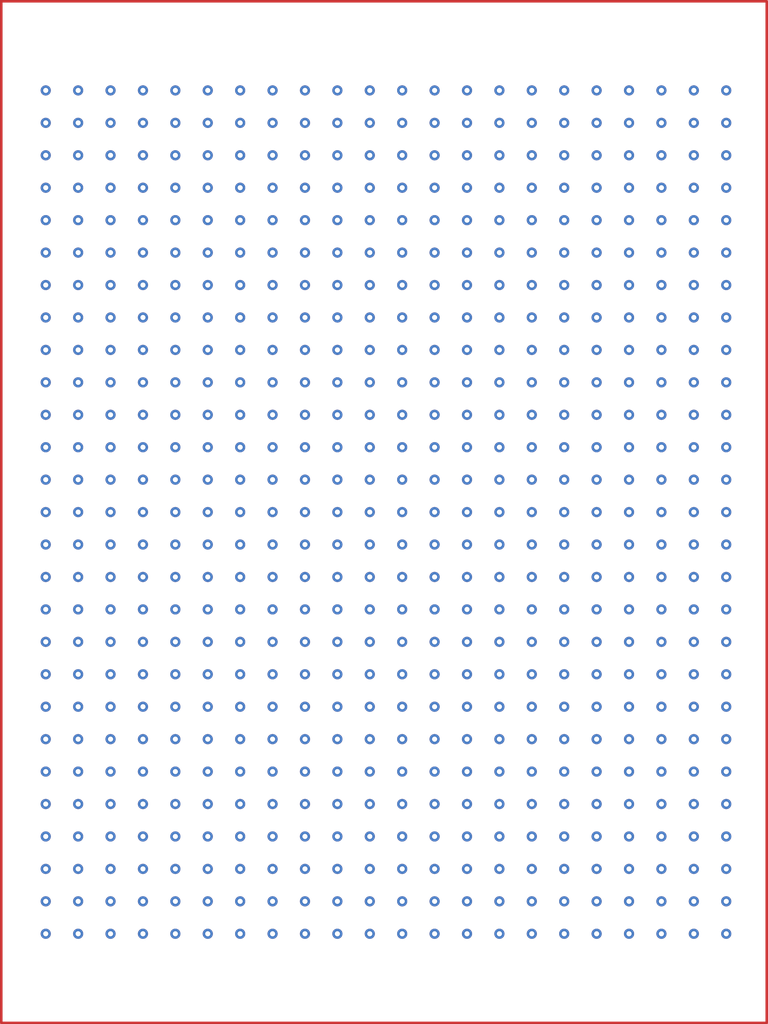
<source format=kicad_pcb>
(kicad_pcb (version 20221018) (generator pcbnew)

  (general
    (thickness 1.6)
  )

  (paper "A4")
  (layers
    (0 "F.Cu" signal)
    (31 "B.Cu" signal)
    (32 "B.Adhes" user "B.Adhesive")
    (33 "F.Adhes" user "F.Adhesive")
    (34 "B.Paste" user)
    (35 "F.Paste" user)
    (36 "B.SilkS" user "B.Silkscreen")
    (37 "F.SilkS" user "F.Silkscreen")
    (38 "B.Mask" user)
    (39 "F.Mask" user)
    (40 "Dwgs.User" user "User.Drawings")
    (41 "Cmts.User" user "User.Comments")
    (42 "Eco1.User" user "User.Eco1")
    (43 "Eco2.User" user "User.Eco2")
    (44 "Edge.Cuts" user)
    (45 "Margin" user)
    (46 "B.CrtYd" user "B.Courtyard")
    (47 "F.CrtYd" user "F.Courtyard")
    (48 "B.Fab" user)
    (49 "F.Fab" user)
    (50 "User.1" user)
    (51 "User.2" user)
    (52 "User.3" user)
    (53 "User.4" user)
    (54 "User.5" user)
    (55 "User.6" user)
    (56 "User.7" user)
    (57 "User.8" user)
    (58 "User.9" user)
  )

  (setup
    (pad_to_mask_clearance 0)
    (pcbplotparams
      (layerselection 0x00010fc_ffffffff)
      (plot_on_all_layers_selection 0x0000000_00000000)
      (disableapertmacros false)
      (usegerberextensions false)
      (usegerberattributes true)
      (usegerberadvancedattributes true)
      (creategerberjobfile true)
      (dashed_line_dash_ratio 12.000000)
      (dashed_line_gap_ratio 3.000000)
      (svgprecision 4)
      (plotframeref false)
      (viasonmask false)
      (mode 1)
      (useauxorigin false)
      (hpglpennumber 1)
      (hpglpenspeed 20)
      (hpglpendiameter 15.000000)
      (dxfpolygonmode true)
      (dxfimperialunits true)
      (dxfusepcbnewfont true)
      (psnegative false)
      (psa4output false)
      (plotreference true)
      (plotvalue true)
      (plotinvisibletext false)
      (sketchpadsonfab false)
      (subtractmaskfromsilk false)
      (outputformat 1)
      (mirror false)
      (drillshape 1)
      (scaleselection 1)
      (outputdirectory "")
    )
  )

  (net 0 "")

  (gr_rect (start 98.115 43.82) (end 158.115 123.82)
    (stroke (width 0.2) (type default)) (fill none) (layer "F.Cu") (tstamp 6b81bd39-f00e-47be-9f92-54c098797407))

  (via (at 121.92 58.42) (size 0.8) (drill 0.4) (layers "F.Cu" "B.Cu") (net 0) (tstamp 0033bf16-a664-4e44-9d47-b2d0b60043af))
  (via (at 104.14 101.6) (size 0.8) (drill 0.4) (layers "F.Cu" "B.Cu") (net 0) (tstamp 007b9c80-b6f0-4b48-b7cf-04579afb3267))
  (via (at 149.86 83.82) (size 0.8) (drill 0.4) (layers "F.Cu" "B.Cu") (net 0) (tstamp 00cdb1fb-c52c-4c7b-bc20-92b75bd735b5))
  (via (at 144.78 91.44) (size 0.8) (drill 0.4) (layers "F.Cu" "B.Cu") (net 0) (tstamp 00cff638-ddda-4966-8bc0-a05c93dd5b8b))
  (via (at 121.92 66.04) (size 0.8) (drill 0.4) (layers "F.Cu" "B.Cu") (net 0) (tstamp 011154ca-4fdc-4af7-afae-dfdb94eb69a4))
  (via (at 106.68 83.82) (size 0.8) (drill 0.4) (layers "F.Cu" "B.Cu") (net 0) (tstamp 01b5f203-a8b8-4fcb-8990-b8af90ebb274))
  (via (at 124.46 50.8) (size 0.8) (drill 0.4) (layers "F.Cu" "B.Cu") (net 0) (tstamp 01dd78a3-0441-4d67-92f2-429468b834b7))
  (via (at 142.24 91.44) (size 0.8) (drill 0.4) (layers "F.Cu" "B.Cu") (net 0) (tstamp 01f041b0-dd48-4f68-986a-89da2bf55c69))
  (via (at 109.22 55.88) (size 0.8) (drill 0.4) (layers "F.Cu" "B.Cu") (net 0) (tstamp 0217d812-3d27-427e-bf6d-f08092a78eea))
  (via (at 106.68 104.14) (size 0.8) (drill 0.4) (layers "F.Cu" "B.Cu") (net 0) (tstamp 027685a3-8b1c-4404-830c-fe7885d30ec2))
  (via (at 106.68 55.88) (size 0.8) (drill 0.4) (layers "F.Cu" "B.Cu") (net 0) (tstamp 030ba025-2697-4c8f-a184-ba287515b47e))
  (via (at 124.46 86.36) (size 0.8) (drill 0.4) (layers "F.Cu" "B.Cu") (net 0) (tstamp 03b1c202-43b9-40d3-b472-a6962aaf4409))
  (via (at 149.86 55.88) (size 0.8) (drill 0.4) (layers "F.Cu" "B.Cu") (net 0) (tstamp 04642c83-ed78-4442-9130-5bcde3d7d325))
  (via (at 154.94 55.88) (size 0.8) (drill 0.4) (layers "F.Cu" "B.Cu") (net 0) (tstamp 05245771-197c-4ba2-901b-2a7bf3f240f8))
  (via (at 124.46 76.2) (size 0.8) (drill 0.4) (layers "F.Cu" "B.Cu") (net 0) (tstamp 05c7d6fe-cb38-4edc-aae5-b47871c61b63))
  (via (at 129.54 58.42) (size 0.8) (drill 0.4) (layers "F.Cu" "B.Cu") (net 0) (tstamp 0691703b-2cd9-4fa8-b2e5-28b0410666f9))
  (via (at 111.76 78.74) (size 0.8) (drill 0.4) (layers "F.Cu" "B.Cu") (net 0) (tstamp 07004958-17ba-401a-a808-1bfe0e96ed5f))
  (via (at 127 86.36) (size 0.8) (drill 0.4) (layers "F.Cu" "B.Cu") (net 0) (tstamp 08c401e6-2957-4087-8cf7-50001ea8bd8e))
  (via (at 147.32 55.88) (size 0.8) (drill 0.4) (layers "F.Cu" "B.Cu") (net 0) (tstamp 09cda852-d038-4a14-86f1-02f6c9fb4c99))
  (via (at 114.3 109.22) (size 0.8) (drill 0.4) (layers "F.Cu" "B.Cu") (net 0) (tstamp 0a2f3760-8f4a-4abc-a58c-673220e76447))
  (via (at 124.46 68.58) (size 0.8) (drill 0.4) (layers "F.Cu" "B.Cu") (net 0) (tstamp 0aa0fa12-39f2-446e-a089-1e1f05b912ca))
  (via (at 111.76 114.3) (size 0.8) (drill 0.4) (layers "F.Cu" "B.Cu") (net 0) (tstamp 0b094d4c-6881-44da-98a9-2f47fe169086))
  (via (at 137.16 55.88) (size 0.8) (drill 0.4) (layers "F.Cu" "B.Cu") (net 0) (tstamp 0b0d9d4b-13fc-4366-ab1e-614469d99efe))
  (via (at 104.14 50.8) (size 0.8) (drill 0.4) (layers "F.Cu" "B.Cu") (net 0) (tstamp 0b159818-224a-42e8-956d-c132ac9d89a3))
  (via (at 152.4 91.44) (size 0.8) (drill 0.4) (layers "F.Cu" "B.Cu") (net 0) (tstamp 0b17d600-48d4-4376-a57d-0a8e48c73989))
  (via (at 132.08 55.88) (size 0.8) (drill 0.4) (layers "F.Cu" "B.Cu") (net 0) (tstamp 0b3732f9-73a0-4be3-8ed6-22541470a2cb))
  (via (at 144.78 96.52) (size 0.8) (drill 0.4) (layers "F.Cu" "B.Cu") (net 0) (tstamp 0bdaf1bb-9eb7-4516-805a-6286228b7af7))
  (via (at 104.14 58.42) (size 0.8) (drill 0.4) (layers "F.Cu" "B.Cu") (net 0) (tstamp 0c196d7a-798e-4080-8f45-d29f0e94a17f))
  (via (at 106.68 81.28) (size 0.8) (drill 0.4) (layers "F.Cu" "B.Cu") (net 0) (tstamp 0c547f34-c671-42c2-b810-b275622a3b4a))
  (via (at 106.68 106.68) (size 0.8) (drill 0.4) (layers "F.Cu" "B.Cu") (net 0) (tstamp 0cd6be2c-1f9d-40a6-bffe-922a5fdc1370))
  (via (at 149.86 116.84) (size 0.8) (drill 0.4) (layers "F.Cu" "B.Cu") (net 0) (tstamp 0cfe1c7d-5d5e-4b52-8c59-ec531788ceb8))
  (via (at 152.4 106.68) (size 0.8) (drill 0.4) (layers "F.Cu" "B.Cu") (net 0) (tstamp 0dd916f1-674c-48a8-a2b5-15cd4ab41bb5))
  (via (at 119.38 53.34) (size 0.8) (drill 0.4) (layers "F.Cu" "B.Cu") (net 0) (tstamp 0e10a540-a091-431f-8432-b657f45f0252))
  (via (at 111.76 50.8) (size 0.8) (drill 0.4) (layers "F.Cu" "B.Cu") (net 0) (tstamp 0f55ee27-11c9-4f47-a905-a94ae3a92c3e))
  (via (at 154.94 83.82) (size 0.8) (drill 0.4) (layers "F.Cu" "B.Cu") (net 0) (tstamp 0fa1e5a4-2060-4c2a-8dcf-cbc5e12f6600))
  (via (at 119.38 83.82) (size 0.8) (drill 0.4) (layers "F.Cu" "B.Cu") (net 0) (tstamp 1218f287-850b-454e-81e6-754febf73134))
  (via (at 134.62 55.88) (size 0.8) (drill 0.4) (layers "F.Cu" "B.Cu") (net 0) (tstamp 128a1ef1-b8ed-4a44-937d-d83cfa92e2a2))
  (via (at 139.7 111.76) (size 0.8) (drill 0.4) (layers "F.Cu" "B.Cu") (net 0) (tstamp 12be521e-30cb-477f-9adc-ab7f13d4773e))
  (via (at 147.32 76.2) (size 0.8) (drill 0.4) (layers "F.Cu" "B.Cu") (net 0) (tstamp 12f615d5-215c-4a50-8b5a-937265141e08))
  (via (at 114.3 53.34) (size 0.8) (drill 0.4) (layers "F.Cu" "B.Cu") (net 0) (tstamp 1459e551-67c5-4978-b84f-43fd1f0d0030))
  (via (at 114.3 93.98) (size 0.8) (drill 0.4) (layers "F.Cu" "B.Cu") (net 0) (tstamp 14e45614-acc3-41ff-85b7-f72e318b517a))
  (via (at 147.32 73.66) (size 0.8) (drill 0.4) (layers "F.Cu" "B.Cu") (net 0) (tstamp 151643ac-f3b2-4e6b-ab51-a149348bdf5c))
  (via (at 111.76 111.76) (size 0.8) (drill 0.4) (layers "F.Cu" "B.Cu") (net 0) (tstamp 15454bac-a92f-40f3-8239-df120df686f5))
  (via (at 152.4 109.22) (size 0.8) (drill 0.4) (layers "F.Cu" "B.Cu") (net 0) (tstamp 161055b0-8a4c-4d5a-bfce-907ad90cf675))
  (via (at 147.32 114.3) (size 0.8) (drill 0.4) (layers "F.Cu" "B.Cu") (net 0) (tstamp 1625e576-76cd-4010-9e98-3a90bfc72726))
  (via (at 149.86 66.04) (size 0.8) (drill 0.4) (layers "F.Cu" "B.Cu") (net 0) (tstamp 16313280-1600-4830-8572-0eb25b73a447))
  (via (at 139.7 53.34) (size 0.8) (drill 0.4) (layers "F.Cu" "B.Cu") (net 0) (tstamp 16bb8df3-b157-4d75-8e31-18e5b507a222))
  (via (at 139.7 66.04) (size 0.8) (drill 0.4) (layers "F.Cu" "B.Cu") (net 0) (tstamp 17626db2-52d6-429e-8b57-7bdc93e80a79))
  (via (at 137.16 81.28) (size 0.8) (drill 0.4) (layers "F.Cu" "B.Cu") (net 0) (tstamp 178c0e7a-58bb-415b-bbb1-e1120e2ca17d))
  (via (at 129.54 50.8) (size 0.8) (drill 0.4) (layers "F.Cu" "B.Cu") (net 0) (tstamp 1816826c-2a5b-4808-a108-b1641ab4d799))
  (via (at 127 60.96) (size 0.8) (drill 0.4) (layers "F.Cu" "B.Cu") (net 0) (tstamp 187cefa0-3c8c-4ba4-9081-2b1a119cf78b))
  (via (at 139.7 109.22) (size 0.8) (drill 0.4) (layers "F.Cu" "B.Cu") (net 0) (tstamp 18a1ed64-c7e0-4291-aa86-bef490c0995f))
  (via (at 116.84 99.06) (size 0.8) (drill 0.4) (layers "F.Cu" "B.Cu") (net 0) (tstamp 18ddcb56-c06e-472d-a339-a46b7e5b92f3))
  (via (at 142.24 71.12) (size 0.8) (drill 0.4) (layers "F.Cu" "B.Cu") (net 0) (tstamp 19166328-06b2-4a98-bc54-c8999767c967))
  (via (at 101.6 68.58) (size 0.8) (drill 0.4) (layers "F.Cu" "B.Cu") (net 0) (tstamp 1a2c24c1-6d22-449a-b987-354d901e94e7))
  (via (at 106.68 86.36) (size 0.8) (drill 0.4) (layers "F.Cu" "B.Cu") (net 0) (tstamp 1a3f7b4c-aaf4-4e07-9f35-e91f71d8a122))
  (via (at 152.4 71.12) (size 0.8) (drill 0.4) (layers "F.Cu" "B.Cu") (net 0) (tstamp 1abf47b6-94bb-4818-bc34-1c17d4991e35))
  (via (at 121.92 71.12) (size 0.8) (drill 0.4) (layers "F.Cu" "B.Cu") (net 0) (tstamp 1b0ca210-8817-4a95-9780-773c011babbe))
  (via (at 139.7 68.58) (size 0.8) (drill 0.4) (layers "F.Cu" "B.Cu") (net 0) (tstamp 1b7224d7-f347-41cb-81e9-e99d5efd9d09))
  (via (at 111.76 96.52) (size 0.8) (drill 0.4) (layers "F.Cu" "B.Cu") (net 0) (tstamp 1b97c07e-e720-4be2-934f-b46cf5230438))
  (via (at 137.16 50.8) (size 0.8) (drill 0.4) (layers "F.Cu" "B.Cu") (net 0) (tstamp 1bdccc2e-fa20-465e-b084-edf1fe101f22))
  (via (at 124.46 78.74) (size 0.8) (drill 0.4) (layers "F.Cu" "B.Cu") (net 0) (tstamp 1c39c60f-120f-4e2d-a173-5affc69f45dd))
  (via (at 149.86 73.66) (size 0.8) (drill 0.4) (layers "F.Cu" "B.Cu") (net 0) (tstamp 1c4fc464-e8c1-49a4-81c0-e99b8c704162))
  (via (at 106.68 63.5) (size 0.8) (drill 0.4) (layers "F.Cu" "B.Cu") (net 0) (tstamp 1c8842b8-afff-4b44-bbea-f00952e74f78))
  (via (at 142.24 81.28) (size 0.8) (drill 0.4) (layers "F.Cu" "B.Cu") (net 0) (tstamp 1cba50e3-5f33-49da-af9d-a909d0a7fde3))
  (via (at 149.86 81.28) (size 0.8) (drill 0.4) (layers "F.Cu" "B.Cu") (net 0) (tstamp 1cc93844-f4b5-4e36-b5e0-03cb97c76eab))
  (via (at 127 101.6) (size 0.8) (drill 0.4) (layers "F.Cu" "B.Cu") (net 0) (tstamp 1cccf5de-e82b-47f0-a24b-a8e4f5fe2945))
  (via (at 121.92 114.3) (size 0.8) (drill 0.4) (layers "F.Cu" "B.Cu") (net 0) (tstamp 1cf35205-bbfc-4491-accf-a7d43576a36d))
  (via (at 144.78 109.22) (size 0.8) (drill 0.4) (layers "F.Cu" "B.Cu") (net 0) (tstamp 1d8497ed-60f4-47c0-ba06-dffff1ce3c82))
  (via (at 116.84 55.88) (size 0.8) (drill 0.4) (layers "F.Cu" "B.Cu") (net 0) (tstamp 1e2b24d4-d6fe-48df-b7b9-f192eddace4e))
  (via (at 127 71.12) (size 0.8) (drill 0.4) (layers "F.Cu" "B.Cu") (net 0) (tstamp 1e495225-3eca-4e54-b7e9-eec915bab35b))
  (via (at 121.92 63.5) (size 0.8) (drill 0.4) (layers "F.Cu" "B.Cu") (net 0) (tstamp 1e510cc3-09a5-4ad9-8778-502b429e8324))
  (via (at 144.78 111.76) (size 0.8) (drill 0.4) (layers "F.Cu" "B.Cu") (net 0) (tstamp 1ec2e9c2-a50d-4a35-8f7d-3c351f47c737))
  (via (at 104.14 116.84) (size 0.8) (drill 0.4) (layers "F.Cu" "B.Cu") (net 0) (tstamp 20b1fc7d-f9f5-4df6-8d62-ba54540e8183))
  (via (at 129.54 101.6) (size 0.8) (drill 0.4) (layers "F.Cu" "B.Cu") (net 0) (tstamp 210b5df4-5d0d-49c2-9d39-cc7b9aedeb6a))
  (via (at 154.94 93.98) (size 0.8) (drill 0.4) (layers "F.Cu" "B.Cu") (net 0) (tstamp 21285923-0cd2-4b8c-91d7-3954da0b8427))
  (via (at 152.4 78.74) (size 0.8) (drill 0.4) (layers "F.Cu" "B.Cu") (net 0) (tstamp 2191a242-a79f-4cbd-b686-aa4baf09fdea))
  (via (at 104.14 81.28) (size 0.8) (drill 0.4) (layers "F.Cu" "B.Cu") (net 0) (tstamp 21aad008-7567-4026-adb5-e6b7ffa3a53c))
  (via (at 109.22 81.28) (size 0.8) (drill 0.4) (layers "F.Cu" "B.Cu") (net 0) (tstamp 21b5cda5-9879-4090-a5a8-f61332f87721))
  (via (at 121.92 101.6) (size 0.8) (drill 0.4) (layers "F.Cu" "B.Cu") (net 0) (tstamp 21ec23d8-ce82-4fa9-8031-8ca2154de764))
  (via (at 144.78 53.34) (size 0.8) (drill 0.4) (layers "F.Cu" "B.Cu") (net 0) (tstamp 225b27ef-8211-4e72-be1a-206f9a19c2d0))
  (via (at 109.22 101.6) (size 0.8) (drill 0.4) (layers "F.Cu" "B.Cu") (net 0) (tstamp 229efcc4-e184-47ca-aa09-775d1a62cedd))
  (via (at 154.94 71.12) (size 0.8) (drill 0.4) (layers "F.Cu" "B.Cu") (net 0) (tstamp 23187b0c-305f-4e3b-bf1d-56b9ac7bfc1f))
  (via (at 114.3 106.68) (size 0.8) (drill 0.4) (layers "F.Cu" "B.Cu") (net 0) (tstamp 23f89fc1-9344-40f3-94f1-9a170dac8481))
  (via (at 127 99.06) (size 0.8) (drill 0.4) (layers "F.Cu" "B.Cu") (net 0) (tstamp 25c1e6b8-bfa1-4d22-85c1-6b2465cff042))
  (via (at 109.22 78.74) (size 0.8) (drill 0.4) (layers "F.Cu" "B.Cu") (net 0) (tstamp 264524b2-9da4-4717-a66e-cc45fc4c8cda))
  (via (at 124.46 71.12) (size 0.8) (drill 0.4) (layers "F.Cu" "B.Cu") (net 0) (tstamp 268e9fac-f170-4e90-b260-8b1897049b30))
  (via (at 139.7 55.88) (size 0.8) (drill 0.4) (layers "F.Cu" "B.Cu") (net 0) (tstamp 26cf9dd9-521d-4594-9b8b-c55def6b48c9))
  (via (at 142.24 109.22) (size 0.8) (drill 0.4) (layers "F.Cu" "B.Cu") (net 0) (tstamp 26d51cc6-809a-44a1-bb5f-10d82d6fa2f4))
  (via (at 129.54 91.44) (size 0.8) (drill 0.4) (layers "F.Cu" "B.Cu") (net 0) (tstamp 26ffbc00-72bc-4e03-b2e8-96cc104ae5d3))
  (via (at 121.92 60.96) (size 0.8) (drill 0.4) (layers "F.Cu" "B.Cu") (net 0) (tstamp 272a481c-ff0f-41a9-baec-4be25e80b555))
  (via (at 149.86 106.68) (size 0.8) (drill 0.4) (layers "F.Cu" "B.Cu") (net 0) (tstamp 272c5ad3-bbb7-45cf-884a-3adde7b78a4b))
  (via (at 104.14 66.04) (size 0.8) (drill 0.4) (layers "F.Cu" "B.Cu") (net 0) (tstamp 277651d7-c957-4ab1-99ae-a5cb6d7962a1))
  (via (at 101.6 63.5) (size 0.8) (drill 0.4) (layers "F.Cu" "B.Cu") (net 0) (tstamp 27ddd706-469a-428f-9bda-288502f04870))
  (via (at 127 96.52) (size 0.8) (drill 0.4) (layers "F.Cu" "B.Cu") (net 0) (tstamp 2819d26a-8aa9-4ca8-af76-7693221902ef))
  (via (at 132.08 50.8) (size 0.8) (drill 0.4) (layers "F.Cu" "B.Cu") (net 0) (tstamp 2841c82b-c027-4556-80c2-4d94b3121412))
  (via (at 109.22 63.5) (size 0.8) (drill 0.4) (layers "F.Cu" "B.Cu") (net 0) (tstamp 28443faa-b235-450f-b86d-b9ce5b0d358d))
  (via (at 147.32 68.58) (size 0.8) (drill 0.4) (layers "F.Cu" "B.Cu") (net 0) (tstamp 28b717f1-891c-4cbf-ac71-d1ba3565a3e6))
  (via (at 114.3 55.88) (size 0.8) (drill 0.4) (layers "F.Cu" "B.Cu") (net 0) (tstamp 29e5bc53-11b1-454f-83c8-5ac4744e1af1))
  (via (at 116.84 58.42) (size 0.8) (drill 0.4) (layers "F.Cu" "B.Cu") (net 0) (tstamp 29f22840-d3a3-4288-9044-066eb246396c))
  (via (at 104.14 71.12) (size 0.8) (drill 0.4) (layers "F.Cu" "B.Cu") (net 0) (tstamp 2a0db04a-4614-404a-97dd-4f4a72ee7393))
  (via (at 116.84 66.04) (size 0.8) (drill 0.4) (layers "F.Cu" "B.Cu") (net 0) (tstamp 2a12c537-59b0-4846-be36-ea9ead3b7909))
  (via (at 106.68 114.3) (size 0.8) (drill 0.4) (layers "F.Cu" "B.Cu") (net 0) (tstamp 2a193ec4-4c9d-4296-a416-580266c67204))
  (via (at 114.3 68.58) (size 0.8) (drill 0.4) (layers "F.Cu" "B.Cu") (net 0) (tstamp 2a5faf05-8884-47ec-9dca-ae24cbba4281))
  (via (at 137.16 71.12) (size 0.8) (drill 0.4) (layers "F.Cu" "B.Cu") (net 0) (tstamp 2ac16367-43fd-4d52-9fe9-5df543a72f7e))
  (via (at 129.54 60.96) (size 0.8) (drill 0.4) (layers "F.Cu" "B.Cu") (net 0) (tstamp 2b8ef601-9fb3-4a12-8dc6-ff56ec01635a))
  (via (at 144.78 68.58) (size 0.8) (drill 0.4) (layers "F.Cu" "B.Cu") (net 0) (tstamp 2bb394e1-08bf-4c46-93cd-4c58558614db))
  (via (at 121.92 106.68) (size 0.8) (drill 0.4) (layers "F.Cu" "B.Cu") (net 0) (tstamp 2c70ff0d-d6d0-4ae7-bc44-56be293fff8f))
  (via (at 104.14 93.98) (size 0.8) (drill 0.4) (layers "F.Cu" "B.Cu") (net 0) (tstamp 2c9d7f3a-810c-41e7-9dd4-bbe0d5ff486a))
  (via (at 149.86 101.6) (size 0.8) (drill 0.4) (layers "F.Cu" "B.Cu") (net 0) (tstamp 2d06e3b5-ef2f-422a-8ff3-384ea6b36e93))
  (via (at 142.24 99.06) (size 0.8) (drill 0.4) (layers "F.Cu" "B.Cu") (net 0) (tstamp 2d5b7095-a73f-421c-831a-5db1e6b961a8))
  (via (at 124.46 96.52) (size 0.8) (drill 0.4) (layers "F.Cu" "B.Cu") (net 0) (tstamp 2d9aeb91-568c-483f-a3cc-d77c16a731c9))
  (via (at 114.3 83.82) (size 0.8) (drill 0.4) (layers "F.Cu" "B.Cu") (net 0) (tstamp 2ef8090c-e8c0-4b6b-859f-c12af1732262))
  (via (at 121.92 93.98) (size 0.8) (drill 0.4) (layers "F.Cu" "B.Cu") (net 0) (tstamp 2f0917d6-9ad2-4b09-9eac-324eab25bac6))
  (via (at 142.24 83.82) (size 0.8) (drill 0.4) (layers "F.Cu" "B.Cu") (net 0) (tstamp 2f216641-3db6-4240-a3c8-5118e3e1488f))
  (via (at 142.24 63.5) (size 0.8) (drill 0.4) (layers "F.Cu" "B.Cu") (net 0) (tstamp 2f85cffb-7ba3-49c2-a901-98b13c2d7946))
  (via (at 111.76 68.58) (size 0.8) (drill 0.4) (layers "F.Cu" "B.Cu") (net 0) (tstamp 2f8895b9-6702-4d4c-b482-8affbf1d0a2b))
  (via (at 101.6 88.9) (size 0.8) (drill 0.4) (layers "F.Cu" "B.Cu") (net 0) (tstamp 2f8e2cac-fd0c-4d72-a53c-cb20c31baeea))
  (via (at 132.08 111.76) (size 0.8) (drill 0.4) (layers "F.Cu" "B.Cu") (net 0) (tstamp 2fbb1226-20e6-4ece-97a8-ac918ae02044))
  (via (at 139.7 88.9) (size 0.8) (drill 0.4) (layers "F.Cu" "B.Cu") (net 0) (tstamp 305f4f31-9eb1-4f7d-ad29-2146d1c8cca8))
  (via (at 127 63.5) (size 0.8) (drill 0.4) (layers "F.Cu" "B.Cu") (net 0) (tstamp 3109c570-cbae-4c1e-8100-0a4de613cd0f))
  (via (at 124.46 55.88) (size 0.8) (drill 0.4) (layers "F.Cu" "B.Cu") (net 0) (tstamp 3147adf5-ae7e-44ba-b475-fd2bf7bb555c))
  (via (at 116.84 109.22) (size 0.8) (drill 0.4) (layers "F.Cu" "B.Cu") (net 0) (tstamp 315f4780-a660-454e-b8b2-2174053bdb79))
  (via (at 132.08 53.34) (size 0.8) (drill 0.4) (layers "F.Cu" "B.Cu") (net 0) (tstamp 31d1a57a-8d19-4a0c-be54-625c89f789ca))
  (via (at 147.32 99.06) (size 0.8) (drill 0.4) (layers "F.Cu" "B.Cu") (net 0) (tstamp 321cb31c-7cdf-4a8d-b91e-20db7c738991))
  (via (at 144.78 106.68) (size 0.8) (drill 0.4) (layers "F.Cu" "B.Cu") (net 0) (tstamp 33b6682d-fd1c-452a-a7d5-9622ec36d63e))
  (via (at 104.14 104.14) (size 0.8) (drill 0.4) (layers "F.Cu" "B.Cu") (net 0) (tstamp 33e6b10f-b3a2-46e3-9404-a80552f13a65))
  (via (at 109.22 93.98) (size 0.8) (drill 0.4) (layers "F.Cu" "B.Cu") (net 0) (tstamp 344aa1d3-3691-4d42-bce9-c7a4d11c25d6))
  (via (at 109.22 96.52) (size 0.8) (drill 0.4) (layers "F.Cu" "B.Cu") (net 0) (tstamp 34820d64-1b4d-4d14-9406-630bb4e0218f))
  (via (at 127 68.58) (size 0.8) (drill 0.4) (layers "F.Cu" "B.Cu") (net 0) (tstamp 351dd37b-92b9-4d6f-83c1-3d83334e0c92))
  (via (at 119.38 114.3) (size 0.8) (drill 0.4) (layers "F.Cu" "B.Cu") (net 0) (tstamp 356dd886-c38b-40a3-9440-1ff172b0a09c))
  (via (at 154.94 88.9) (size 0.8) (drill 0.4) (layers "F.Cu" "B.Cu") (net 0) (tstamp 35bf9772-a454-4d09-be14-6d1b871829eb))
  (via (at 132.08 114.3) (size 0.8) (drill 0.4) (layers "F.Cu" "B.Cu") (net 0) (tstamp 361d0b66-1cf1-4cb6-a02b-601bd7e06f77))
  (via (at 149.86 60.96) (size 0.8) (drill 0.4) (layers "F.Cu" "B.Cu") (net 0) (tstamp 365fdebb-3fe3-4f96-8b82-ea5f25bd5022))
  (via (at 101.6 99.06) (size 0.8) (drill 0.4) (layers "F.Cu" "B.Cu") (net 0) (tstamp 37e99ba8-6f5f-46cd-9b5b-bf00fc488371))
  (via (at 121.92 111.76) (size 0.8) (drill 0.4) (layers "F.Cu" "B.Cu") (net 0) (tstamp 38f91816-ac75-4966-86c7-faf9f1179f00))
  (via (at 116.84 81.28) (size 0.8) (drill 0.4) (layers "F.Cu" "B.Cu") (net 0) (tstamp 38f978ef-7b23-4dc2-a990-ea792caf3c1b))
  (via (at 134.62 96.52) (size 0.8) (drill 0.4) (layers "F.Cu" "B.Cu") (net 0) (tstamp 39048aab-87e3-4233-b4ca-7f79c46c0f33))
  (via (at 139.7 78.74) (size 0.8) (drill 0.4) (layers "F.Cu" "B.Cu") (net 0) (tstamp 399ede09-a114-4df6-99bb-eaf23647bf80))
  (via (at 114.3 63.5) (size 0.8) (drill 0.4) (layers "F.Cu" "B.Cu") (net 0) (tstamp 39f4c69f-5a1f-4a84-b1ff-766af959e2b4))
  (via (at 101.6 106.68) (size 0.8) (drill 0.4) (layers "F.Cu" "B.Cu") (net 0) (tstamp 3a268fdd-ba29-4e74-8ffb-01b15f4892df))
  (via (at 116.84 106.68) (size 0.8) (drill 0.4) (layers "F.Cu" "B.Cu") (net 0) (tstamp 3aa4597f-6109-48ae-b9f8-5de77ba2735c))
  (via (at 129.54 116.84) (size 0.8) (drill 0.4) (layers "F.Cu" "B.Cu") (net 0) (tstamp 3aa60544-ea6c-41c8-b4cd-448d1c1bbc66))
  (via (at 109.22 71.12) (size 0.8) (drill 0.4) (layers "F.Cu" "B.Cu") (net 0) (tstamp 3ac0d439-b14f-4ab8-ac5a-c1d57a0c7f6d))
  (via (at 106.68 109.22) (size 0.8) (drill 0.4) (layers "F.Cu" "B.Cu") (net 0) (tstamp 3ad1c211-145c-4030-a795-fba8dc500cce))
  (via (at 101.6 109.22) (size 0.8) (drill 0.4) (layers "F.Cu" "B.Cu") (net 0) (tstamp 3af31319-f49a-4cd1-8c3e-7cc5afc0c062))
  (via (at 114.3 104.14) (size 0.8) (drill 0.4) (layers "F.Cu" "B.Cu") (net 0) (tstamp 3b1ab2c3-2867-4f66-821e-1f2984183ac0))
  (via (at 124.46 88.9) (size 0.8) (drill 0.4) (layers "F.Cu" "B.Cu") (net 0) (tstamp 3c1d3efb-4c7f-4ab7-b8e4-01a0057e57a7))
  (via (at 154.94 53.34) (size 0.8) (drill 0.4) (layers "F.Cu" "B.Cu") (net 0) (tstamp 3c6c0e67-3bdb-4b93-aa90-7c8e7fc38e8d))
  (via (at 129.54 114.3) (size 0.8) (drill 0.4) (layers "F.Cu" "B.Cu") (net 0) (tstamp 3c9114d8-1446-44a7-8890-4b1351a05b1b))
  (via (at 111.76 53.34) (size 0.8) (drill 0.4) (layers "F.Cu" "B.Cu") (net 0) (tstamp 3e9db207-9f6f-4834-a9f3-e40e503095ee))
  (via (at 127 78.74) (size 0.8) (drill 0.4) (layers "F.Cu" "B.Cu") (net 0) (tstamp 3eacea60-ce85-41df-91c3-a01696694587))
  (via (at 111.76 88.9) (size 0.8) (drill 0.4) (layers "F.Cu" "B.Cu") (net 0) (tstamp 3ee64912-6bdc-4820-993e-f70a50969919))
  (via (at 114.3 60.96) (size 0.8) (drill 0.4) (layers "F.Cu" "B.Cu") (net 0) (tstamp 3f02b8c4-e9cf-4e97-a67b-56003cb88084))
  (via (at 142.24 111.76) (size 0.8) (drill 0.4) (layers "F.Cu" "B.Cu") (net 0) (tstamp 4184bc61-1c42-4029-848e-9cd22b6b6b88))
  (via (at 147.32 63.5) (size 0.8) (drill 0.4) (layers "F.Cu" "B.Cu") (net 0) (tstamp 41c50ce8-3b79-417f-ae24-2d226ae7545b))
  (via (at 154.94 50.8) (size 0.8) (drill 0.4) (layers "F.Cu" "B.Cu") (net 0) (tstamp 420fb467-0096-4f73-b156-64e04d2c31b8))
  (via (at 144.78 88.9) (size 0.8) (drill 0.4) (layers "F.Cu" "B.Cu") (net 0) (tstamp 42943343-67cf-4b3f-a2f8-a52e69f17203))
  (via (at 139.7 50.8) (size 0.8) (drill 0.4) (layers "F.Cu" "B.Cu") (net 0) (tstamp 4300b170-3277-4881-856e-1ce784acd052))
  (via (at 116.84 53.34) (size 0.8) (drill 0.4) (layers "F.Cu" "B.Cu") (net 0) (tstamp 43419e6e-2b03-429f-9d26-a6b4424c4253))
  (via (at 149.86 71.12) (size 0.8) (drill 0.4) (layers "F.Cu" "B.Cu") (net 0) (tstamp 43434ed4-6437-48bd-bf4b-7abba3d05274))
  (via (at 152.4 66.04) (size 0.8) (drill 0.4) (layers "F.Cu" "B.Cu") (net 0) (tstamp 43ccc292-de40-4c3b-8b42-f0e65e756865))
  (via (at 109.22 76.2) (size 0.8) (drill 0.4) (layers "F.Cu" "B.Cu") (net 0) (tstamp 44422a6d-3bfc-47d1-854c-e63d0b2b5f9d))
  (via (at 129.54 104.14) (size 0.8) (drill 0.4) (layers "F.Cu" "B.Cu") (net 0) (tstamp 4515075c-df84-4212-8782-627e5496986c))
  (via (at 137.16 111.76) (size 0.8) (drill 0.4) (layers "F.Cu" "B.Cu") (net 0) (tstamp 464e03f3-629d-496c-adeb-79cfd475bc7e))
  (via (at 101.6 111.76) (size 0.8) (drill 0.4) (layers "F.Cu" "B.Cu") (net 0) (tstamp 467c9543-0bcc-48a0-a173-e48da55a9fa4))
  (via (at 106.68 76.2) (size 0.8) (drill 0.4) (layers "F.Cu" "B.Cu") (net 0) (tstamp 46c222a7-1977-4f43-8132-3c328bb5e859))
  (via (at 149.86 63.5) (size 0.8) (drill 0.4) (layers "F.Cu" "B.Cu") (net 0) (tstamp 46c741f3-076a-4e89-b907-521814572352))
  (via (at 144.78 83.82) (size 0.8) (drill 0.4) (layers "F.Cu" "B.Cu") (net 0) (tstamp 47d836d7-cf5e-4d01-a30e-8715bfef1458))
  (via (at 106.68 68.58) (size 0.8) (drill 0.4) (layers "F.Cu" "B.Cu") (net 0) (tstamp 485cfb50-cfd0-4a49-8a14-fafaddc6adca))
  (via (at 142.24 50.8) (size 0.8) (drill 0.4) (layers "F.Cu" "B.Cu") (net 0) (tstamp 491dc88a-96dc-4e80-92f8-5720f1a912bb))
  (via (at 154.94 66.04) (size 0.8) (drill 0.4) (layers "F.Cu" "B.Cu") (net 0) (tstamp 4972b42f-b881-49db-9750-2b20acb5fba1))
  (via (at 119.38 101.6) (size 0.8) (drill 0.4) (layers "F.Cu" "B.Cu") (net 0) (tstamp 498c4e4c-59d5-48cc-9995-8e7678af22d8))
  (via (at 111.76 58.42) (size 0.8) (drill 0.4) (layers "F.Cu" "B.Cu") (net 0) (tstamp 49b7ea32-8d57-4512-9f22-3e6be5d75a4d))
  (via (at 134.62 93.98) (size 0.8) (drill 0.4) (layers "F.Cu" "B.Cu") (net 0) (tstamp 4a80aeef-97db-48fd-baae-68d2e70b91dc))
  (via (at 142.24 106.68) (size 0.8) (drill 0.4) (layers "F.Cu" "B.Cu") (net 0) (tstamp 4a8d4e20-9a96-4589-a8c5-1e0f2fe57213))
  (via (at 124.46 101.6) (size 0.8) (drill 0.4) (layers "F.Cu" "B.Cu") (net 0) (tstamp 4aa6e87a-cdc3-4ce0-893f-fdd892dc0d60))
  (via (at 121.92 55.88) (size 0.8) (drill 0.4) (layers "F.Cu" "B.Cu") (net 0) (tstamp 4abaf83d-ddb1-4ede-8166-f6a587b19b1d))
  (via (at 104.14 96.52) (size 0.8) (drill 0.4) (layers "F.Cu" "B.Cu") (net 0) (tstamp 4b068149-4d00-419c-86e0-feca49a167a0))
  (via (at 127 58.42) (size 0.8) (drill 0.4) (layers "F.Cu" "B.Cu") (net 0) (tstamp 4b21b333-caba-49c5-9ae8-f31870d766bf))
  (via (at 132.08 109.22) (size 0.8) (drill 0.4) (layers "F.Cu" "B.Cu") (net 0) (tstamp 4b6cb6a5-9181-43bc-88bd-9d47e0ea1b4a))
  (via (at 147.32 93.98) (size 0.8) (drill 0.4) (layers "F.Cu" "B.Cu") (net 0) (tstamp 4b750517-70c3-4ac6-a1ab-5ba7e6796caf))
  (via (at 114.3 114.3) (size 0.8) (drill 0.4) (layers "F.Cu" "B.Cu") (net 0) (tstamp 4bb17b4d-fa78-444c-b98d-be757eecc4ea))
  (via (at 106.68 53.34) (size 0.8) (drill 0.4) (layers "F.Cu" "B.Cu") (net 0) (tstamp 4cebaaf9-6ffd-4961-aa96-42f8edfdb9df))
  (via (at 124.46 58.42) (size 0.8) (drill 0.4) (layers "F.Cu" "B.Cu") (net 0) (tstamp 4dcbb4e1-995e-457c-a547-07cb5d8d8a77))
  (via (at 152.4 73.66) (size 0.8) (drill 0.4) (layers "F.Cu" "B.Cu") (net 0) (tstamp 4f270992-7c01-498d-96dd-6c9c2324b564))
  (via (at 106.68 99.06) (size 0.8) (drill 0.4) (layers "F.Cu" "B.Cu") (net 0) (tstamp 4f434c6e-6eb8-40b4-b273-491f32327702))
  (via (at 152.4 50.8) (size 0.8) (drill 0.4) (layers "F.Cu" "B.Cu") (net 0) (tstamp 504bc2f0-a887-4ec2-90c3-62dc3a728cc0))
  (via (at 152.4 104.14) (size 0.8) (drill 0.4) (layers "F.Cu" "B.Cu") (net 0) (tstamp 504f1a77-3ca8-4ab4-983f-cc82aee45abb))
  (via (at 111.76 86.36) (size 0.8) (drill 0.4) (layers "F.Cu" "B.Cu") (net 0) (tstamp 507ba751-bcf5-4dba-a3d1-35f6a350de57))
  (via (at 147.32 78.74) (size 0.8) (drill 0.4) (layers "F.Cu" "B.Cu") (net 0) (tstamp 514b219d-5822-4f67-88b8-73cd1ead1f7a))
  (via (at 144.78 73.66) (size 0.8) (drill 0.4) (layers "F.Cu" "B.Cu") (net 0) (tstamp 5163fd7e-a7ab-4a20-b97c-91136d20c8e7))
  (via (at 147.32 109.22) (size 0.8) (drill 0.4) (layers "F.Cu" "B.Cu") (net 0) (tstamp 523f106c-723a-4fe5-96d4-9a604663b802))
  (via (at 132.08 104.14) (size 0.8) (drill 0.4) (layers "F.Cu" "B.Cu") (net 0) (tstamp 527a6d73-a4a6-4a53-b424-d265633af747))
  (via (at 101.6 101.6) (size 0.8) (drill 0.4) (layers "F.Cu" "B.Cu") (net 0) (tstamp 52bfb819-ec21-4bb0-937f-21af94c2d807))
  (via (at 134.62 78.74) (size 0.8) (drill 0.4) (layers "F.Cu" "B.Cu") (net 0) (tstamp 52c90aa1-974c-468b-896f-2d4c26f5ed95))
  (via (at 129.54 63.5) (size 0.8) (drill 0.4) (layers "F.Cu" "B.Cu") (net 0) (tstamp 53c22d8b-b7e5-4cea-9397-cf727e4f809e))
  (via (at 106.68 111.76) (size 0.8) (drill 0.4) (layers "F.Cu" "B.Cu") (net 0) (tstamp 53c54d6b-1b62-4a01-87f1-68084bc3261b))
  (via (at 152.4 76.2) (size 0.8) (drill 0.4) (layers "F.Cu" "B.Cu") (net 0) (tstamp 5550dbe7-7cde-4033-8092-c0967464e46b))
  (via (at 127 91.44) (size 0.8) (drill 0.4) (layers "F.Cu" "B.Cu") (net 0) (tstamp 5551ceb5-edea-4a2f-887d-6a78b914704f))
  (via (at 127 76.2) (size 0.8) (drill 0.4) (layers "F.Cu" "B.Cu") (net 0) (tstamp 565e4e6f-5908-429d-9afd-32b14849886c))
  (via (at 144.78 76.2) (size 0.8) (drill 0.4) (layers "F.Cu" "B.Cu") (net 0) (tstamp 579c5a03-c7c4-451e-b923-4b3171d3d2e0))
  (via (at 134.62 109.22) (size 0.8) (drill 0.4) (layers "F.Cu" "B.Cu") (net 0) (tstamp 57c4e72c-3fb0-4c86-84ec-71b983db6df7))
  (via (at 111.76 63.5) (size 0.8) (drill 0.4) (layers "F.Cu" "B.Cu") (net 0) (tstamp 57c8aedd-3af8-42c1-9aa6-02207c4ea518))
  (via (at 139.7 96.52) (size 0.8) (drill 0.4) (layers "F.Cu" "B.Cu") (net 0) (tstamp 585dae73-50c1-4a2b-8b24-13dce6f46a3b))
  (via (at 124.46 60.96) (size 0.8) (drill 0.4) (layers "F.Cu" "B.Cu") (net 0) (tstamp 58b7b880-77e1-4ae1-91bd-8960b829e4bd))
  (via (at 129.54 78.74) (size 0.8) (drill 0.4) (layers "F.Cu" "B.Cu") (net 0) (tstamp 58e0976c-4889-4168-9321-5df31580988e))
  (via (at 132.08 60.96) (size 0.8) (drill 0.4) (layers "F.Cu" "B.Cu") (net 0) (tstamp 5928c09a-f757-4b5f-9fbe-df3ae0c406e4))
  (via (at 154.94 60.96) (size 0.8) (drill 0.4) (layers "F.Cu" "B.Cu") (net 0) (tstamp 5963d7a5-bc50-42ee-b3ae-bfaeed7ce45c))
  (via (at 152.4 60.96) (size 0.8) (drill 0.4) (layers "F.Cu" "B.Cu") (net 0) (tstamp 598ca1ba-3e41-4ad0-888b-4d006f9ba357))
  (via (at 104.14 111.76) (size 0.8) (drill 0.4) (layers "F.Cu" "B.Cu") (net 0) (tstamp 59bee44f-ae23-4f35-869d-16bc51f6d8be))
  (via (at 142.24 86.36) (size 0.8) (drill 0.4) (layers "F.Cu" "B.Cu") (net 0) (tstamp 5a02ec7e-241b-4c1b-8175-d784e155b94b))
  (via (at 104.14 76.2) (size 0.8) (drill 0.4) (layers "F.Cu" "B.Cu") (net 0) (tstamp 5a22f7a0-1310-4144-b3a9-6580a4a4697e))
  (via (at 111.76 104.14) (size 0.8) (drill 0.4) (layers "F.Cu" "B.Cu") (net 0) (tstamp 5a8896f6-2e56-4341-b0b3-2cb0176a3ec5))
  (via (at 119.38 111.76) (size 0.8) (drill 0.4) (layers "F.Cu" "B.Cu") (net 0) (tstamp 5ae58af3-018e-4d41-8802-6e61446756f6))
  (via (at 104.14 68.58) (size 0.8) (drill 0.4) (layers "F.Cu" "B.Cu") (net 0) (tstamp 5afad8d1-4952-4ee2-a15b-64d9daec6921))
  (via (at 154.94 58.42) (size 0.8) (drill 0.4) (layers "F.Cu" "B.Cu") (net 0) (tstamp 5b1dfea2-9198-4195-8c96-5cbfaa03db81))
  (via (at 134.62 53.34) (size 0.8) (drill 0.4) (layers "F.Cu" "B.Cu") (net 0) (tstamp 5b33dfa8-70be-43e4-a72d-3b5426e837e3))
  (via (at 129.54 83.82) (size 0.8) (drill 0.4) (layers "F.Cu" "B.Cu") (net 0) (tstamp 5bcd3f63-1968-444f-a0ca-927596e921d2))
  (via (at 132.08 78.74) (size 0.8) (drill 0.4) (layers "F.Cu" "B.Cu") (net 0) (tstamp 5d5446e7-2d36-414c-a4e8-369314072764))
  (via (at 109.22 99.06) (size 0.8) (drill 0.4) (layers "F.Cu" "B.Cu") (net 0) (tstamp 5db6856d-8e35-4f0f-a833-4b340c916ac4))
  (via (at 147.32 66.04) (size 0.8) (drill 0.4) (layers "F.Cu" "B.Cu") (net 0) (tstamp 5e5200c7-3e9f-4cae-a0e2-d94e3a7016e0))
  (via (at 109.22 88.9) (size 0.8) (drill 0.4) (layers "F.Cu" "B.Cu") (net 0) (tstamp 5e79eff1-8a3c-418c-adbf-fba7d89a8cba))
  (via (at 142.24 88.9) (size 0.8) (drill 0.4) (layers "F.Cu" "B.Cu") (net 0) (tstamp 5e7d697d-d80c-4579-bcca-872ce7ce6995))
  (via (at 116.84 93.98) (size 0.8) (drill 0.4) (layers "F.Cu" "B.Cu") (net 0) (tstamp 5ecf2f50-3f11-4861-a9a9-137f101727be))
  (via (at 152.4 58.42) (size 0.8) (drill 0.4) (layers "F.Cu" "B.Cu") (net 0) (tstamp 60a0d901-78aa-4294-b0ff-a9fc3b1defa9))
  (via (at 132.08 81.28) (size 0.8) (drill 0.4) (layers "F.Cu" "B.Cu") (net 0) (tstamp 60b1dc1d-3fa7-4dbc-9eec-877b5d760958))
  (via (at 121.92 96.52) (size 0.8) (drill 0.4) (layers "F.Cu" "B.Cu") (net 0) (tstamp 63bbc392-ea1b-4d48-9621-f1f7128829da))
  (via (at 152.4 86.36) (size 0.8) (drill 0.4) (layers "F.Cu" "B.Cu") (net 0) (tstamp 64431ee3-a27c-4732-bf90-7417e01ac40b))
  (via (at 144.78 93.98) (size 0.8) (drill 0.4) (layers "F.Cu" "B.Cu") (net 0) (tstamp 64827489-b51d-439f-a2c5-48c0c374ee4e))
  (via (at 154.94 81.28) (size 0.8) (drill 0.4) (layers "F.Cu" "B.Cu") (net 0) (tstamp 648c3033-b308-4560-8b85-04dd846788b5))
  (via (at 137.16 99.06) (size 0.8) (drill 0.4) (layers "F.Cu" "B.Cu") (net 0) (tstamp 6492ad6d-7e0e-4c02-8f5a-19f9ca466b48))
  (via (at 134.62 88.9) (size 0.8) (drill 0.4) (layers "F.Cu" "B.Cu") (net 0) (tstamp 649fdd87-8841-477f-8f71-c0180897e9fd))
  (via (at 101.6 58.42) (size 0.8) (drill 0.4) (layers "F.Cu" "B.Cu") (net 0) (tstamp 64f8c97e-d157-48a0-997d-fb27647c63cd))
  (via (at 119.38 68.58) (size 0.8) (drill 0.4) (layers "F.Cu" "B.Cu") (net 0) (tstamp 656b7628-0366-4551-b616-f47227964318))
  (via (at 109.22 66.04) (size 0.8) (drill 0.4) (layers "F.Cu" "B.Cu") (net 0) (tstamp 65e1e7fe-1bd0-4be5-94c2-014e2838ae06))
  (via (at 134.62 71.12) (size 0.8) (drill 0.4) (layers "F.Cu" "B.Cu") (net 0) (tstamp 661074c7-36d6-46ad-b400-6c714584fd15))
  (via (at 104.14 109.22) (size 0.8) (drill 0.4) (layers "F.Cu" "B.Cu") (net 0) (tstamp 66bce20a-c555-489c-99b6-b7c3de9e1403))
  (via (at 104.14 99.06) (size 0.8) (drill 0.4) (layers "F.Cu" "B.Cu") (net 0) (tstamp 66c33366-9b85-469c-962a-c31a8c3e0fa4))
  (via (at 101.6 55.88) (size 0.8) (drill 0.4) (layers "F.Cu" "B.Cu") (net 0) (tstamp 671e92c0-7f2a-43fc-a9fd-dce5e00fc85f))
  (via (at 111.76 109.22) (size 0.8) (drill 0.4) (layers "F.Cu" "B.Cu") (net 0) (tstamp 6766a9d4-cc9d-4f88-8d5f-d39c4eb5d3ed))
  (via (at 127 50.8) (size 0.8) (drill 0.4) (layers "F.Cu" "B.Cu") (net 0) (tstamp 678283e7-847e-41ce-8cf0-fde840e1491f))
  (via (at 147.32 111.76) (size 0.8) (drill 0.4) (layers "F.Cu" "B.Cu") (net 0) (tstamp 67a1d62d-7f7b-492e-86d0-60e3cf3471f8))
  (via (at 149.86 53.34) (size 0.8) (drill 0.4) (layers "F.Cu" "B.Cu") (net 0) (tstamp 67c5915e-6c7b-4090-b8c5-d0fec8125ffd))
  (via (at 147.32 50.8) (size 0.8) (drill 0.4) (layers "F.Cu" "B.Cu") (net 0) (tstamp 6864333a-714e-48c8-bb31-81c61343e026))
  (via (at 132.08 86.36) (size 0.8) (drill 0.4) (layers "F.Cu" "B.Cu") (net 0) (tstamp 688476ce-8236-4e04-ada9-68dafef1bd51))
  (via (at 124.46 93.98) (size 0.8) (drill 0.4) (layers "F.Cu" "B.Cu") (net 0) (tstamp 68acc8e3-1e23-472e-ad46-52c1fd73f0aa))
  (via (at 111.76 66.04) (size 0.8) (drill 0.4) (layers "F.Cu" "B.Cu") (net 0) (tstamp 690ba603-9bc1-4c0a-9007-39e743b81b3f))
  (via (at 137.16 83.82) (size 0.8) (drill 0.4) (layers "F.Cu" "B.Cu") (net 0) (tstamp 69e62279-d659-4b13-969b-9d33aa4b7d87))
  (via (at 127 116.84) (size 0.8) (drill 0.4) (layers "F.Cu" "B.Cu") (net 0) (tstamp 69ea62fe-2ba1-4d35-afb3-234080dfe851))
  (via (at 119.38 78.74) (size 0.8) (drill 0.4) (layers "F.Cu" "B.Cu") (net 0) (tstamp 6a19d49b-83e4-4ece-a5c1-ebdac297dd24))
  (via (at 154.94 78.74) (size 0.8) (drill 0.4) (layers "F.Cu" "B.Cu") (net 0) (tstamp 6a36297f-4498-4f53-afe4-46d18e77ea5a))
  (via (at 116.84 83.82) (size 0.8) (drill 0.4) (layers "F.Cu" "B.Cu") (net 0) (tstamp 6a8a367d-8e36-4b1b-9489-509a5c6d25aa))
  (via (at 147.32 96.52) (size 0.8) (drill 0.4) (layers "F.Cu" "B.Cu") (net 0) (tstamp 6a8bb59f-3576-4096-9651-21773bf1bd54))
  (via (at 109.22 86.36) (size 0.8) (drill 0.4) (layers "F.Cu" "B.Cu") (net 0) (tstamp 6ac33c13-99a2-42e3-b51f-ded2beef1bea))
  (via (at 139.7 99.06) (size 0.8) (drill 0.4) (layers "F.Cu" "B.Cu") (net 0) (tstamp 6ad07127-38f2-460b-a245-d3ea4b93879a))
  (via (at 147.32 91.44) (size 0.8) (drill 0.4) (layers "F.Cu" "B.Cu") (net 0) (tstamp 6b85274c-ae4f-4c80-a3ed-b39ca528b0ff))
  (via (at 114.3 99.06) (size 0.8) (drill 0.4) (layers "F.Cu" "B.Cu") (net 0) (tstamp 6c614b25-edac-44f5-bda7-789be68349f5))
  (via (at 119.38 88.9) (size 0.8) (drill 0.4) (layers "F.Cu" "B.Cu") (net 0) (tstamp 6ca638f6-fbd8-4cb5-9cef-d9b714b2206c))
  (via (at 144.78 101.6) (size 0.8) (drill 0.4) (layers "F.Cu" "B.Cu") (net 0) (tstamp 6cb6533c-d821-414a-a422-aeea0a97c978))
  (via (at 101.6 71.12) (size 0.8) (drill 0.4) (layers "F.Cu" "B.Cu") (net 0) (tstamp 6cd6b5f1-a711-4b3d-bb13-7b4c04c99260))
  (via (at 109.22 91.44) (size 0.8) (drill 0.4) (layers "F.Cu" "B.Cu") (net 0) (tstamp 6d6ac139-6347-489e-a380-d0a87e0752f6))
  (via (at 101.6 114.3) (size 0.8) (drill 0.4) (layers "F.Cu" "B.Cu") (net 0) (tstamp 6daa605a-694d-49e5-a893-4bf37178b217))
  (via (at 149.86 114.3) (size 0.8) (drill 0.4) (layers "F.Cu" "B.Cu") (net 0) (tstamp 6dc790c9-a9ec-4df1-88e8-06c5584532e1))
  (via (at 137.16 76.2) (size 0.8) (drill 0.4) (layers "F.Cu" "B.Cu") (net 0) (tstamp 6ead9c46-5c9d-4da9-92a0-7d1ccd681b43))
  (via (at 144.78 81.28) (size 0.8) (drill 0.4) (layers "F.Cu" "B.Cu") (net 0) (tstamp 6f7612ba-e1a5-4d91-8c71-af1c4dacb033))
  (via (at 129.54 55.88) (size 0.8) (drill 0.4) (layers "F.Cu" "B.Cu") (net 0) (tstamp 6fd206c0-4cac-4e30-8c2a-f0d03026f25c))
  (via (at 121.92 109.22) (size 0.8) (drill 0.4) (layers "F.Cu" "B.Cu") (net 0) (tstamp 6feae399-1f5c-45d1-88c7-d2d2b65762de))
  (via (at 154.94 106.68) (size 0.8) (drill 0.4) (layers "F.Cu" "B.Cu") (net 0) (tstamp 6ffdb050-6d61-4bcb-bc64-67574447c119))
  (via (at 116.84 96.52) (size 0.8) (drill 0.4) (layers "F.Cu" "B.Cu") (net 0) (tstamp 704f5d49-a30a-44cb-8929-544bc07f48d5))
  (via (at 124.46 109.22) (size 0.8) (drill 0.4) (layers "F.Cu" "B.Cu") (net 0) (tstamp 7154b9e4-50f2-4db0-b014-babadf6652f3))
  (via (at 101.6 93.98) (size 0.8) (drill 0.4) (layers "F.Cu" "B.Cu") (net 0) (tstamp 7174a235-f9ab-492d-9268-98efb6fb66d3))
  (via (at 144.78 55.88) (size 0.8) (drill 0.4) (layers "F.Cu" "B.Cu") (net 0) (tstamp 71f86ef5-e2e8-4c22-aac3-5fbc2d122322))
  (via (at 101.6 50.8) (size 0.8) (drill 0.4) (layers "F.Cu" "B.Cu") (net 0) (tstamp 727c817f-0633-4171-9f9b-d61779612d11))
  (via (at 104.14 91.44) (size 0.8) (drill 0.4) (layers "F.Cu" "B.Cu") (net 0) (tstamp 72a3ef0c-8670-4be1-8dd9-23bd7af4e0e6))
  (via (at 127 88.9) (size 0.8) (drill 0.4) (layers "F.Cu" "B.Cu") (net 0) (tstamp 7307f0f6-0d97-4479-a367-2d20ec428aa1))
  (via (at 119.38 93.98) (size 0.8) (drill 0.4) (layers "F.Cu" "B.Cu") (net 0) (tstamp 737d9dc5-2952-4cf0-a6d4-ee97d7130cac))
  (via (at 101.6 78.74) (size 0.8) (drill 0.4) (layers "F.Cu" "B.Cu") (net 0) (tstamp 7394e5ca-1280-4d44-b87d-791ed362af78))
  (via (at 129.54 93.98) (size 0.8) (drill 0.4) (layers "F.Cu" "B.Cu") (net 0) (tstamp 73a6dce6-4533-4913-8180-55ca7511e0c0))
  (via (at 109.22 106.68) (size 0.8) (drill 0.4) (layers "F.Cu" "B.Cu") (net 0) (tstamp 7470623c-fc1e-4d40-a898-06a1996573f4))
  (via (at 154.94 91.44) (size 0.8) (drill 0.4) (layers "F.Cu" "B.Cu") (net 0) (tstamp 74810498-81b2-4a51-9983-f728bd6fc707))
  (via (at 134.62 68.58) (size 0.8) (drill 0.4) (layers "F.Cu" "B.Cu") (net 0) (tstamp 7679dfad-616e-426a-9026-85d0ec3f0604))
  (via (at 152.4 93.98) (size 0.8) (drill 0.4) (layers "F.Cu" "B.Cu") (net 0) (tstamp 767d00ca-1362-41b7-bf52-64efdf47800c))
  (via (at 129.54 68.58) (size 0.8) (drill 0.4) (layers "F.Cu" "B.Cu") (net 0) (tstamp 76a5fc67-7882-498b-a30c-6d584ac867e2))
  (via (at 116.84 116.84) (size 0.8) (drill 0.4) (layers "F.Cu" "B.Cu") (net 0) (tstamp 76b7ecaa-4bb8-4b3d-828a-4d63e2920f4c))
  (via (at 109.22 73.66) (size 0.8) (drill 0.4) (layers "F.Cu" "B.Cu") (net 0) (tstamp 77703b1a-2210-4970-8bb5-9e368da6dfbe))
  (via (at 132.08 68.58) (size 0.8) (drill 0.4) (layers "F.Cu" "B.Cu") (net 0) (tstamp 786d9e7b-98c7-40fd-8b54-04029a8ae416))
  (via (at 119.38 60.96) (size 0.8) (drill 0.4) (layers "F.Cu" "B.Cu") (net 0) (tstamp 786f3b5f-da33-4796-8014-5ddf2239c404))
  (via (at 149.86 86.36) (size 0.8) (drill 0.4) (layers "F.Cu" "B.Cu") (net 0) (tstamp 7952a0a6-7e53-46ec-8e70-d51a21f7a269))
  (via (at 134.62 91.44) (size 0.8) (drill 0.4) (layers "F.Cu" "B.Cu") (net 0) (tstamp 79d8d7b6-806e-40fb-8bd6-711a49c4620d))
  (via (at 134.62 66.04) (size 0.8) (drill 0.4) (layers "F.Cu" "B.Cu") (net 0) (tstamp 7a0cf624-d7a9-4429-9884-419dec155edd))
  (via (at 152.4 55.88) (size 0.8) (drill 0.4) (layers "F.Cu" "B.Cu") (net 0) (tstamp 7a4d4b42-96a3-4932-b0e3-23b7a00e562d))
  (via (at 142.24 104.14) (size 0.8) (drill 0.4) (layers "F.Cu" "B.Cu") (net 0) (tstamp 7ad2d1f3-e7da-478a-ab64-0513bfd05b2c))
  (via (at 154.94 116.84) (size 0.8) (drill 0.4) (layers "F.Cu" "B.Cu") (net 0) (tstamp 7adef44c-2d0c-4b5f-beac-34515cd5f504))
  (via (at 121.92 88.9) (size 0.8) (drill 0.4) (layers "F.Cu" "B.Cu") (net 0) (tstamp 7b27e5c4-87fe-455b-9ce4-455065bfedfa))
  (via (at 119.38 63.5) (size 0.8) (drill 0.4) (layers "F.Cu" "B.Cu") (net 0) (tstamp 7b3e40ea-42bf-49e1-a892-39291979e121))
  (via (at 124.46 81.28) (size 0.8) (drill 0.4) (layers "F.Cu" "B.Cu") (net 0) (tstamp 7b79813e-7953-444b-a48e-40b13dbb2f5e))
  (via (at 116.84 50.8) (size 0.8) (drill 0.4) (layers "F.Cu" "B.Cu") (net 0) (tstamp 7bd02c8c-6a5c-48ba-8c66-bec73d96f5c1))
  (via (at 144.78 114.3) (size 0.8) (drill 0.4) (layers "F.Cu" "B.Cu") (net 0) (tstamp 7de993f5-da28-4a3b-889a-42bdf331c34d))
  (via (at 139.7 73.66) (size 0.8) (drill 0.4) (layers "F.Cu" "B.Cu") (net 0) (tstamp 7df45768-cb6a-425c-8e43-55e67a64f520))
  (via (at 154.94 76.2) (size 0.8) (drill 0.4) (layers "F.Cu" "B.Cu") (net 0) (tstamp 7e9d6f16-a708-4dba-84b4-a86fa24a9a03))
  (via (at 116.84 73.66) (size 0.8) (drill 0.4) (layers "F.Cu" "B.Cu") (net 0) (tstamp 7f01c291-f890-42c3-aa75-8ca270e76003))
  (via (at 106.68 71.12) (size 0.8) (drill 0.4) (layers "F.Cu" "B.Cu") (net 0) (tstamp 7fe72eea-5994-4b87-82e0-5f802c642dc9))
  (via (at 137.16 104.14) (size 0.8) (drill 0.4) (layers "F.Cu" "B.Cu") (net 0) (tstamp 809b3953-f625-4dc3-b84c-8267a9e1a7c4))
  (via (at 149.86 88.9) (size 0.8) (drill 0.4) (layers "F.Cu" "B.Cu") (net 0) (tstamp 80afe369-d99c-42d6-af43-06db0326f6a1))
  (via (at 119.38 96.52) (size 0.8) (drill 0.4) (layers "F.Cu" "B.Cu") (net 0) (tstamp 8127bb49-443d-4c7b-a3aa-b6c68c5af222))
  (via (at 132.08 83.82) (size 0.8) (drill 0.4) (layers "F.Cu" "B.Cu") (net 0) (tstamp 81c006d2-d1dc-4a3d-8e13-33835a911f27))
  (via (at 106.68 116.84) (size 0.8) (drill 0.4) (layers "F.Cu" "B.Cu") (net 0) (tstamp 81e75fc5-bcf7-482d-8ecf-606e755ec14f))
  (via (at 139.7 93.98) (size 0.8) (drill 0.4) (layers "F.Cu" "B.Cu") (net 0) (tstamp 82011546-0df4-4240-9df0-21057f4b8126))
  (via (at 109.22 109.22) (size 0.8) (drill 0.4) (layers "F.Cu" "B.Cu") (net 0) (tstamp 82a5a6d8-2804-4de6-9de6-26ac2e1567f3))
  (via (at 152.4 96.52) (size 0.8) (drill 0.4) (layers "F.Cu" "B.Cu") (net 0) (tstamp 83f53ad3-3e14-48db-b7bf-36c4150c23ee))
  (via (at 132.08 116.84) (size 0.8) (drill 0.4) (layers "F.Cu" "B.Cu") (net 0) (tstamp 84907cb8-7859-4421-bdf3-74ec00ba18b0))
  (via (at 129.54 53.34) (size 0.8) (drill 0.4) (layers "F.Cu" "B.Cu") (net 0) (tstamp 84e945c8-75d3-4731-90a2-bbdf619c38b1))
  (via (at 111.76 73.66) (size 0.8) (drill 0.4) (layers "F.Cu" "B.Cu") (net 0) (tstamp 855e8e2a-2ecb-4814-a71c-d5716cbb185d))
  (via (at 154.94 111.76) (size 0.8) (drill 0.4) (layers "F.Cu" "B.Cu") (net 0) (tstamp 859ef52e-17fc-4bd7-b7d7-928291c23651))
  (via (at 132.08 63.5) (size 0.8) (drill 0.4) (layers "F.Cu" "B.Cu") (net 0) (tstamp 85ca523d-b6f6-423d-a6cc-a86fbb5bb467))
  (via (at 142.24 66.04) (size 0.8) (drill 0.4) (layers "F.Cu" "B.Cu") (net 0) (tstamp 85e89532-4d59-4419-84d6-ea7a6ca8d750))
  (via (at 104.14 78.74) (size 0.8) (drill 0.4) (layers "F.Cu" "B.Cu") (net 0) (tstamp 85f12d62-678f-4fd3-9413-a2231d2dea13))
  (via (at 109.22 111.76) (size 0.8) (drill 0.4) (layers "F.Cu" "B.Cu") (net 0) (tstamp 85fca0ac-b6e7-4eec-b5d4-0bcbe14d6b03))
  (via (at 124.46 114.3) (size 0.8) (drill 0.4) (layers "F.Cu" "B.Cu") (net 0) (tstamp 86682931-36e3-41c9-85f8-3b34133b05f8))
  (via (at 132.08 71.12) (size 0.8) (drill 0.4) (layers "F.Cu" "B.Cu") (net 0) (tstamp 87187945-ec4e-468f-bf9a-009f13598df4))
  (via (at 129.54 66.04) (size 0.8) (drill 0.4) (layers "F.Cu" "B.Cu") (net 0) (tstamp 87b3b224-d855-4547-a1c8-7629b4e119f7))
  (via (at 132.08 91.44) (size 0.8) (drill 0.4) (layers "F.Cu" "B.Cu") (net 0) (tstamp 8893541b-e2aa-4de8-a5c3-7e1796a05ca0))
  (via (at 116.84 63.5) (size 0.8) (drill 0.4) (layers "F.Cu" "B.Cu") (net 0) (tstamp 894473fe-ecdb-45f6-bc47-1b4ce5cb8125))
  (via (at 144.78 78.74) (size 0.8) (drill 0.4) (layers "F.Cu" "B.Cu") (net 0) (tstamp 89532c1c-945e-4ce4-8e17-3a9375c84529))
  (via (at 104.14 60.96) (size 0.8) (drill 0.4) (layers "F.Cu" "B.Cu") (net 0) (tstamp 89ef111b-d1a1-476f-9ec8-4c3ae45235ba))
  (via (at 154.94 109.22) (size 0.8) (drill 0.4) (layers "F.Cu" "B.Cu") (net 0) (tstamp 8a47539a-79d8-4edc-8259-469ff32130c6))
  (via (at 137.16 116.84) (size 0.8) (drill 0.4) (layers "F.Cu" "B.Cu") (net 0) (tstamp 8a6aaf8b-e21e-4ed1-8865-750eac2e0c60))
  (via (at 137.16 93.98) (size 0.8) (drill 0.4) (layers "F.Cu" "B.Cu") (net 0) (tstamp 8b67fefc-5f4e-41ee-9ffe-dca227581e24))
  (via (at 109.22 104.14) (size 0.8) (drill 0.4) (layers "F.Cu" "B.Cu") (net 0) (tstamp 8c346d57-f20e-41c2-ac4b-2f44e851b1f3))
  (via (at 124.46 91.44) (size 0.8) (drill 0.4) (layers "F.Cu" "B.Cu") (net 0) (tstamp 8c7869b1-5dea-45e8-9179-e65721cb0f68))
  (via (at 121.92 99.06) (size 0.8) (drill 0.4) (layers "F.Cu" "B.Cu") (net 0) (tstamp 8c80e947-db17-42cb-9832-832a086ebc1b))
  (via (at 149.86 96.52) (size 0.8) (drill 0.4) (layers "F.Cu" "B.Cu") (net 0) (tstamp 8d6196f3-bb93-4f7b-9183-33b086518963))
  (via (at 119.38 73.66) (size 0.8) (drill 0.4) (layers "F.Cu" "B.Cu") (net 0) (tstamp 8ddc4b2c-62ed-49e6-8da7-3cda738c5b94))
  (via (at 121.92 73.66) (size 0.8) (drill 0.4) (layers "F.Cu" "B.Cu") (net 0) (tstamp 8e760863-143f-4dd2-b359-1b1e2e543676))
  (via (at 149.86 109.22) (size 0.8) (drill 0.4) (layers "F.Cu" "B.Cu") (net 0) (tstamp 8ec21a29-6432-4cce-93e2-79f9ff312fe3))
  (via (at 119.38 86.36) (size 0.8) (drill 0.4) (layers "F.Cu" "B.Cu") (net 0) (tstamp 8effce93-e5b8-4b9b-9d02-52f64c4e477d))
  (via (at 137.16 86.36) (size 0.8) (drill 0.4) (layers "F.Cu" "B.Cu") (net 0) (tstamp 8fa97043-7ce4-4905-91e6-4d3b3863626f))
  (via (at 134.62 104.14) (size 0.8) (drill 0.4) (layers "F.Cu" "B.Cu") (net 0) (tstamp 8fe58654-6011-4730-bd50-0d8d9d369294))
  (via (at 114.3 88.9) (size 0.8) (drill 0.4) (layers "F.Cu" "B.Cu") (net 0) (tstamp 9162f07c-0eb3-4fd5-ad1e-e2e07ff3569a))
  (via (at 142.24 116.84) (size 0.8) (drill 0.4) (layers "F.Cu" "B.Cu") (net 0) (tstamp 921646c0-74d0-4bb0-916b-ffd1cbcee391))
  (via (at 106.68 66.04) (size 0.8) (drill 0.4) (layers "F.Cu" "B.Cu") (net 0) (tstamp 92e19b5e-d64a-4a4c-bbeb-282fb543c54c))
  (via (at 121.92 53.34) (size 0.8) (drill 0.4) (layers "F.Cu" "B.Cu") (net 0) (tstamp 933165df-2ec7-4250-aef6-be03afe6fbe1))
  (via (at 127 93.98) (size 0.8) (drill 0.4) (layers "F.Cu" "B.Cu") (net 0) (tstamp 9332635a-c795-46ee-9baa-28af4a41cc8a))
  (via (at 127 114.3) (size 0.8) (drill 0.4) (layers "F.Cu" "B.Cu") (net 0) (tstamp 933f3508-0218-4ec0-ab3e-f67dab1c8a38))
  (via (at 147.32 106.68) (size 0.8) (drill 0.4) (layers "F.Cu" "B.Cu") (net 0) (tstamp 9353ba01-3b0d-4520-b32a-cfad62db4ba9))
  (via (at 121.92 78.74) (size 0.8) (drill 0.4) (layers "F.Cu" "B.Cu") (net 0) (tstamp 94262f59-dcf7-4bf0-ba83-906dfa3a26e1))
  (via (at 132.08 99.06) (size 0.8) (drill 0.4) (layers "F.Cu" "B.Cu") (net 0) (tstamp 944123ef-3f28-4b40-bfaf-2bdd5e11949c))
  (via (at 142.24 93.98) (size 0.8) (drill 0.4) (layers "F.Cu" "B.Cu") (net 0) (tstamp 948f0e9c-d1ce-4169-8cc8-7a002d90c22e))
  (via (at 111.76 81.28) (size 0.8) (drill 0.4) (layers "F.Cu" "B.Cu") (net 0) (tstamp 94dc9f0c-e8e6-43f1-aaf3-c58fcd16cd97))
  (via (at 144.78 63.5) (size 0.8) (drill 0.4) (layers "F.Cu" "B.Cu") (net 0) (tstamp 9575d223-c31a-4529-b888-60f594ccf201))
  (via (at 139.7 81.28) (size 0.8) (drill 0.4) (layers "F.Cu" "B.Cu") (net 0) (tstamp 95c70a89-7d51-4662-ba64-f27cd6e90941))
  (via (at 147.32 60.96) (size 0.8) (drill 0.4) (layers "F.Cu" "B.Cu") (net 0) (tstamp 95e0d59b-8b3c-4eb8-808a-73a74c7747c7))
  (via (at 101.6 76.2) (size 0.8) (drill 0.4) (layers "F.Cu" "B.Cu") (net 0) (tstamp 965eeede-6e67-465b-b4a1-ba9c51dd46c0))
  (via (at 137.16 96.52) (size 0.8) (drill 0.4) (layers "F.Cu" "B.Cu") (net 0) (tstamp 96b0860e-bfec-4557-b9f3-495a68cd5bc8))
  (via (at 124.46 111.76) (size 0.8) (drill 0.4) (layers "F.Cu" "B.Cu") (net 0) (tstamp 96f07912-a349-416b-8717-dcfc2a9c414c))
  (via (at 139.7 104.14) (size 0.8) (drill 0.4) (layers "F.Cu" "B.Cu") (net 0) (tstamp 976a2b4d-a24f-49d8-800d-d472f75a027c))
  (via (at 129.54 76.2) (size 0.8) (drill 0.4) (layers "F.Cu" "B.Cu") (net 0) (tstamp 97aa8701-2ad4-432a-a10d-2edd1e2b1610))
  (via (at 106.68 91.44) (size 0.8) (drill 0.4) (layers "F.Cu" "B.Cu") (net 0) (tstamp 97bdc21e-08c5-4556-b6ff-1ddf652ce563))
  (via (at 114.3 71.12) (size 0.8) (drill 0.4) (layers "F.Cu" "B.Cu") (net 0) (tstamp 98938d98-1844-4c07-9926-fb86bd4ede9b))
  (via (at 132.08 58.42) (size 0.8) (drill 0.4) (layers "F.Cu" "B.Cu") (net 0) (tstamp 98ca7b0f-baeb-4d8b-8f87-b576afe58f97))
  (via (at 137.16 78.74) (size 0.8) (drill 0.4) (layers "F.Cu" "B.Cu") (net 0) (tstamp 9a945335-d7f7-49ea-94c2-7477dfc679d8))
  (via (at 129.54 106.68) (size 0.8) (drill 0.4) (layers "F.Cu" "B.Cu") (net 0) (tstamp 9ae6a7be-a037-4093-87f5-9bf7ec0e12e5))
  (via (at 139.7 91.44) (size 0.8) (drill 0.4) (layers "F.Cu" "B.Cu") (net 0) (tstamp 9ae930e4-cac3-40d7-84f9-012aaf962a74))
  (via (at 144.78 71.12) (size 0.8) (drill 0.4) (layers "F.Cu" "B.Cu") (net 0) (tstamp 9b4c10aa-a9c8-4344-9647-c76dd82de6ff))
  (via (at 127 109.22) (size 0.8) (drill 0.4) (layers "F.Cu" "B.Cu") (net 0) (tstamp 9b8ca85f-4ec7-4d5a-8e3f-418e76496935))
  (via (at 104.14 106.68) (size 0.8) (drill 0.4) (layers "F.Cu" "B.Cu") (net 0) (tstamp 9c07fb2b-6ecf-44e6-b773-7b6c17edb336))
  (via (at 121.92 81.28) (size 0.8) (drill 0.4) (layers "F.Cu" "B.Cu") (net 0) (tstamp 9cba93b9-7b25-4e37-a33c-0098f9ed5cd6))
  (via (at 116.84 78.74) (size 0.8) (drill 0.4) (layers "F.Cu" "B.Cu") (net 0) (tstamp 9cea0729-a944-4450-995b-b9d0ad6c078b))
  (via (at 114.3 50.8) (size 0.8) (drill 0.4) (layers "F.Cu" "B.Cu") (net 0) (tstamp 9d0e31b3-1a58-4545-a671-90835acaa103))
  (via (at 129.54 88.9) (size 0.8) (drill 0.4) (layers "F.Cu" "B.Cu") (net 0) (tstamp 9d120503-4c1e-4415-8b11-66433fda47fc))
  (via (at 114.3 78.74) (size 0.8) (drill 0.4) (layers "F.Cu" "B.Cu") (net 0) (tstamp 9d3eb2c9-0ea8-47c7-b93f-de9c88905b62))
  (via (at 106.68 50.8) (size 0.8) (drill 0.4) (layers "F.Cu" "B.Cu") (net 0) (tstamp 9d81f94f-f3bf-4a16-848b-febef98c94eb))
  (via (at 119.38 66.04) (size 0.8) (drill 0.4) (layers "F.Cu" "B.Cu") (net 0) (tstamp 9e432ed2-80d6-44f0-a913-36094ffea7b9))
  (via (at 134.62 116.84) (size 0.8) (drill 0.4) (layers "F.Cu" "B.Cu") (net 0) (tstamp 9e5f5af5-8b45-4a0d-8420-b3ca99191309))
  (via (at 119.38 106.68) (size 0.8) (drill 0.4) (layers "F.Cu" "B.Cu") (net 0) (tstamp a0716e34-0ea5-4d7a-b3ce-e65bb6cbd3fe))
  (via (at 101.6 96.52) (size 0.8) (drill 0.4) (layers "F.Cu" "B.Cu") (net 0) (tstamp a0ba43a0-5afc-44c0-84b2-95507b6e3b3c))
  (via (at 119.38 76.2) (size 0.8) (drill 0.4) (layers "F.Cu" "B.Cu") (net 0) (tstamp a24cecfd-170d-4b52-99d4-0b347caf71c1))
  (via (at 127 104.14) (size 0.8) (drill 0.4) (layers "F.Cu" "B.Cu") (net 0) (tstamp a3da6ea6-e60d-4dd5-9bce-c521c67e0a5f))
  (via (at 111.76 106.68) (size 0.8) (drill 0.4) (layers "F.Cu" "B.Cu") (net 0) (tstamp a4ac4e3f-0ed7-4f07-b697-5787b1c42dc8))
  (via (at 152.4 63.5) (size 0.8) (drill 0.4) (layers "F.Cu" "B.Cu") (net 0) (tstamp a5078a99-9b9b-4536-9a47-2ff8514e6350))
  (via (at 129.54 111.76) (size 0.8) (drill 0.4) (layers "F.Cu" "B.Cu") (net 0) (tstamp a517c848-92ec-4a13-aa39-bdb038b45fd9))
  (via (at 142.24 58.42) (size 0.8) (drill 0.4) (layers "F.Cu" "B.Cu") (net 0) (tstamp a53f6283-1357-4385-a993-ed96ad2295ac))
  (via (at 149.86 91.44) (size 0.8) (drill 0.4) (layers "F.Cu" "B.Cu") (net 0) (tstamp a57a8207-a63b-4849-8f86-0f4159d823c0))
  (via (at 116.84 88.9) (size 0.8) (drill 0.4) (layers "F.Cu" "B.Cu") (net 0) (tstamp a5d6e94c-b66f-4741-8264-af0657a6c27d))
  (via (at 137.16 88.9) (size 0.8) (drill 0.4) (layers "F.Cu" "B.Cu") (net 0) (tstamp a6478cb0-e0e9-40ae-94e2-760e15ea7b0d))
  (via (at 116.84 68.58) (size 0.8) (drill 0.4) (layers "F.Cu" "B.Cu") (net 0) (tstamp a67e7cc3-acee-4521-8620-b5a7902fa22b))
  (via (at 137.16 58.42) (size 0.8) (drill 0.4) (layers "F.Cu" "B.Cu") (net 0) (tstamp a692c89f-ac26-4b10-b49e-f3c2a25cc80a))
  (via (at 147.32 53.34) (size 0.8) (drill 0.4) (layers "F.Cu" "B.Cu") (net 0) (tstamp a720fc1d-8c4d-40b8-8181-b4167cf7f419))
  (via (at 132.08 73.66) (size 0.8) (drill 0.4) (layers "F.Cu" "B.Cu") (net 0) (tstamp a73b57e8-74f4-4462-9559-b913428d7424))
  (via (at 124.46 104.14) (size 0.8) (drill 0.4) (layers "F.Cu" "B.Cu") (net 0) (tstamp a8039483-2e7c-4c08-9add-65277b1bd1fd))
  (via (at 104.14 86.36) (size 0.8) (drill 0.4) (layers "F.Cu" "B.Cu") (net 0) (tstamp a803b26c-77bc-42fd-bb02-5cab48f2a047))
  (via (at 106.68 60.96) (size 0.8) (drill 0.4) (layers "F.Cu" "B.Cu") (net 0) (tstamp a8414098-e76d-4141-90fe-766750252a92))
  (via (at 114.3 86.36) (size 0.8) (drill 0.4) (layers "F.Cu" "B.Cu") (net 0) (tstamp a868c641-7b7b-4b09-9647-40ee33e8b34d))
  (via (at 111.76 101.6) (size 0.8) (drill 0.4) (layers "F.Cu" "B.Cu") (net 0) (tstamp a8fcc89c-5cea-44e1-86df-89359361929d))
  (via (at 127 111.76) (size 0.8) (drill 0.4) (layers "F.Cu" "B.Cu") (net 0) (tstamp a930a71c-a376-4004-841c-65dc8729f738))
  (via (at 147.32 86.36) (size 0.8) (drill 0.4) (layers "F.Cu" "B.Cu") (net 0) (tstamp a993cc39-c623-489a-9f6b-fc5caa2107aa))
  (via (at 154.94 114.3) (size 0.8) (drill 0.4) (layers "F.Cu" "B.Cu") (net 0) (tstamp aa1c8eb4-7ce6-4ede-b99f-543b16ec353f))
  (via (at 129.54 71.12) (size 0.8) (drill 0.4) (layers "F.Cu" "B.Cu") (net 0) (tstamp aac8a081-50b4-4a66-829a-77cc48ab1d62))
  (via (at 111.76 116.84) (size 0.8) (drill 0.4) (layers "F.Cu" "B.Cu") (net 0) (tstamp ab60eced-21af-4c7e-b223-1ee4b6794512))
  (via (at 132.08 96.52) (size 0.8) (drill 0.4) (layers "F.Cu" "B.Cu") (net 0) (tstamp ab79fdaf-5557-4635-b704-18b73d449eb4))
  (via (at 139.7 58.42) (size 0.8) (drill 0.4) (layers "F.Cu" "B.Cu") (net 0) (tstamp abc2f986-0aa8-492b-af65-9ec7f1211cea))
  (via (at 137.16 101.6) (size 0.8) (drill 0.4) (layers "F.Cu" "B.Cu") (net 0) (tstamp abc3f3cf-6c50-4461-8b43-bd3c7f56ad7b))
  (via (at 116.84 101.6) (size 0.8) (drill 0.4) (layers "F.Cu" "B.Cu") (net 0) (tstamp abe0951c-72ed-4745-8582-8f9228047ca4))
  (via (at 114.3 58.42) (size 0.8) (drill 0.4) (layers "F.Cu" "B.Cu") (net 0) (tstamp abe443f8-c5d0-4e88-a8f8-61127da15292))
  (via (at 139.7 86.36) (size 0.8) (drill 0.4) (layers "F.Cu" "B.Cu") (net 0) (tstamp ad89cb4a-1464-43cd-87a0-7f3b0ff8f2d3))
  (via (at 104.14 63.5) (size 0.8) (drill 0.4) (layers "F.Cu" "B.Cu") (net 0) (tstamp ada1b9bf-c4d7-45a7-861d-13c9cf29ddda))
  (via (at 132.08 76.2) (size 0.8) (drill 0.4) (layers "F.Cu" "B.Cu") (net 0) (tstamp addd7bfb-3538-48b3-b7ec-17a3ac3bc20a))
  (via (at 149.86 50.8) (size 0.8) (drill 0.4) (layers "F.Cu" "B.Cu") (net 0) (tstamp ae83de0b-65aa-4d6a-b06e-19dac356c468))
  (via (at 109.22 114.3) (size 0.8) (drill 0.4) (layers "F.Cu" "B.Cu") (net 0) (tstamp aec7a5a7-cd4d-44dc-a137-ffa940f727af))
  (via (at 142.24 68.58) (size 0.8) (drill 0.4) (layers "F.Cu" "B.Cu") (net 0) (tstamp afbf335b-b6bc-45f1-8a67-6b8dfcfa4bbf))
  (via (at 101.6 116.84) (size 0.8) (drill 0.4) (layers "F.Cu" "B.Cu") (net 0) (tstamp b1151ee5-ea88-4701-840e-926610ab99b8))
  (via (at 121.92 86.36) (size 0.8) (drill 0.4) (layers "F.Cu" "B.Cu") (net 0) (tstamp b120c0cd-1a54-4145-8a5e-4f8d09cd80ad))
  (via (at 139.7 83.82) (size 0.8) (drill 0.4) (layers "F.Cu" "B.Cu") (net 0) (tstamp b16a99dc-6ad4-410d-aec7-1eabf908c1f7))
  (via (at 134.62 58.42) (size 0.8) (drill 0.4) (layers "F.Cu" "B.Cu") (net 0) (tstamp b1c802a4-22e8-478e-aeba-125fc91dd47f))
  (via (at 116.84 91.44) (size 0.8) (drill 0.4) (layers "F.Cu" "B.Cu") (net 0) (tstamp b2b1c2d2-208b-475e-b362-fc0e27dc18a4))
  (via (at 116.84 104.14) (size 0.8) (drill 0.4) (layers "F.Cu" "B.Cu") (net 0) (tstamp b3386b0e-7572-4c40-ac52-252e10863479))
  (via (at 152.4 111.76) (size 0.8) (drill 0.4) (layers "F.Cu" "B.Cu") (net 0) (tstamp b3a12a65-1b61-4fe4-9edc-c1d52312bcca))
  (via (at 111.76 93.98) (size 0.8) (drill 0.4) (layers "F.Cu" "B.Cu") (net 0) (tstamp b3fc6e0d-4ed5-4392-9414-78704198f45d))
  (via (at 147.32 101.6) (size 0.8) (drill 0.4) (layers "F.Cu" "B.Cu") (net 0) (tstamp b4bbb83c-c3fc-4eca-8d74-657d07223d44))
  (via (at 116.84 60.96) (size 0.8) (drill 0.4) (layers "F.Cu" "B.Cu") (net 0) (tstamp b522d96a-782d-42db-a351-ea33ff35d82a))
  (via (at 144.78 66.04) (size 0.8) (drill 0.4) (layers "F.Cu" "B.Cu") (net 0) (tstamp b5e1e73e-6696-4705-b5ab-eeaa1decc5ff))
  (via (at 154.94 68.58) (size 0.8) (drill 0.4) (layers "F.Cu" "B.Cu") (net 0) (tstamp b64155f6-69b1-447c-b473-4fe5e288afeb))
  (via (at 152.4 101.6) (size 0.8) (drill 0.4) (layers "F.Cu" "B.Cu") (net 0) (tstamp b6514dd7-0e43-4836-9e78-440fa1416379))
  (via (at 147.32 83.82) (size 0.8) (drill 0.4) (layers "F.Cu" "B.Cu") (net 0) (tstamp b6742e00-5e8d-429f-af77-c3ce85070c4c))
  (via (at 114.3 81.28) (size 0.8) (drill 0.4) (layers "F.Cu" "B.Cu") (net 0) (tstamp b6da2cdc-414e-42c4-a36b-c3f8a8522eb1))
  (via (at 121.92 104.14) (size 0.8) (drill 0.4) (layers "F.Cu" "B.Cu") (net 0) (tstamp b87d9cbe-7a43-4e60-a997-5cf7c8b504c5))
  (via (at 121.92 68.58) (size 0.8) (drill 0.4) (layers "F.Cu" "B.Cu") (net 0) (tstamp b8f7f64c-4314-436f-82eb-9de4f3c5e204))
  (via (at 142.24 96.52) (size 0.8) (drill 0.4) (layers "F.Cu" "B.Cu") (net 0) (tstamp b90effa1-39d5-4a86-b080-7c6266cd8091))
  (via (at 114.3 111.76) (size 0.8) (drill 0.4) (layers "F.Cu" "B.Cu") (net 0) (tstamp b9109388-c50c-43bc-977c-939fde73345f))
  (via (at 144.78 50.8) (size 0.8) (drill 0.4) (layers "F.Cu" "B.Cu") (net 0) (tstamp b9c2b6d8-354a-406e-ba9e-6ceceeb83eb6))
  (via (at 132.08 101.6) (size 0.8) (drill 0.4) (layers "F.Cu" "B.Cu") (net 0) (tstamp ba299da8-ce92-4f59-a9a9-6c2decc6b30a))
  (via (at 101.6 66.04) (size 0.8) (drill 0.4) (layers "F.Cu" "B.Cu") (net 0) (tstamp ba5b0ed2-a571-416a-94a4-a94ea931f0e0))
  (via (at 111.76 71.12) (size 0.8) (drill 0.4) (layers "F.Cu" "B.Cu") (net 0) (tstamp ba84de80-5a1b-4c3d-8b6e-48add3407cd2))
  (via (at 109.22 68.58) (size 0.8) (drill 0.4) (layers "F.Cu" "B.Cu") (net 0) (tstamp baa3a639-dae4-4ddf-aebc-d1059d4b8a80))
  (via (at 109.22 116.84) (size 0.8) (drill 0.4) (layers "F.Cu" "B.Cu") (net 0) (tstamp baa9989f-e797-499c-936b-abdfc45050c8))
  (via (at 104.14 53.34) (size 0.8) (drill 0.4) (layers "F.Cu" "B.Cu") (net 0) (tstamp bab97f18-69ad-4ed2-8cef-bbea2a1135ff))
  (via (at 101.6 53.34) (size 0.8) (drill 0.4) (layers "F.Cu" "B.Cu") (net 0) (tstamp bb21a23a-3790-4ecb-987d-2667405a1085))
  (via (at 142.24 55.88) (size 0.8) (drill 0.4) (layers "F.Cu" "B.Cu") (net 0) (tstamp bb451edb-92fe-47e4-9722-24f3c0b4be06))
  (via (at 116.84 76.2) (size 0.8) (drill 0.4) (layers "F.Cu" "B.Cu") (net 0) (tstamp bb7c34a0-e8ea-4f03-aaad-b5cc1d053dc6))
  (via (at 154.94 99.06) (size 0.8) (drill 0.4) (layers "F.Cu" "B.Cu") (net 0) (tstamp bbbd531c-742c-4cf8-9485-9a79a1edf072))
  (via (at 137.16 114.3) (size 0.8) (drill 0.4) (layers "F.Cu" "B.Cu") (net 0) (tstamp bbdc25bb-302f-47fd-98de-9148e35b071f))
  (via (at 129.54 96.52) (size 0.8) (drill 0.4) (layers "F.Cu" "B.Cu") (net 0) (tstamp bcdd6ded-5fc4-421f-88c2-ff4160480236))
  (via (at 114.3 76.2) (size 0.8) (drill 0.4) (layers "F.Cu" "B.Cu") (net 0) (tstamp bcf48a03-ffd3-4f5a-abe8-855e5e73aa89))
  (via (at 127 55.88) (size 0.8) (drill 0.4) (layers "F.Cu" "B.Cu") (net 0) (tstamp bd0ab049-b2e1-4058-91a8-770e559d5d3b))
  (via (at 132.08 66.04) (size 0.8) (drill 0.4) (layers "F.Cu" "B.Cu") (net 0) (tstamp bd551e0e-a421-45bc-87d2-0bec438788b2))
  (via (at 137.16 60.96) (size 0.8) (drill 0.4) (layers "F.Cu" "B.Cu") (net 0) (tstamp bd7c93e0-debc-4de3-aa9b-3c2c6ed68cad))
  (via (at 147.32 58.42) (size 0.8) (drill 0.4) (layers "F.Cu" "B.Cu") (net 0) (tstamp be498a07-c845-4965-b2ed-5849cad03fde))
  (via (at 127 53.34) (size 0.8) (drill 0.4) (layers "F.Cu" "B.Cu") (net 0) (tstamp be4ef47b-710d-4de1-bb87-708327398bc7))
  (via (at 149.86 111.76) (size 0.8) (drill 0.4) (layers "F.Cu" "B.Cu") (net 0) (tstamp be687650-0f09-4458-be85-d29b21a402ec))
  (via (at 139.7 76.2) (size 0.8) (drill 0.4) (layers "F.Cu" "B.Cu") (net 0) (tstamp bedf225e-67ce-482a-b02e-01e6245a6873))
  (via (at 134.62 101.6) (size 0.8) (drill 0.4) (layers "F.Cu" "B.Cu") (net 0) (tstamp bf14b7fd-dfa0-4268-bc26-bc3e6ac612a5))
  (via (at 154.94 63.5) (size 0.8) (drill 0.4) (layers "F.Cu" "B.Cu") (net 0) (tstamp c0154b07-b2f4-4bdc-b6d2-49f643d097d0))
  (via (at 124.46 99.06) (size 0.8) (drill 0.4) (layers "F.Cu" "B.Cu") (net 0) (tstamp c1233759-cc6b-47de-81f8-f4404616e5c5))
  (via (at 134.62 111.76) (size 0.8) (drill 0.4) (layers "F.Cu" "B.Cu") (net 0) (tstamp c1714fde-cc79-4537-af0b-d590547b5b0b))
  (via (at 114.3 116.84) (size 0.8) (drill 0.4) (layers "F.Cu" "B.Cu") (net 0) (tstamp c1c0a9b5-4e34-475c-af99-c285ce91e32e))
  (via (at 147.32 116.84) (size 0.8) (drill 0.4) (layers "F.Cu" "B.Cu") (net 0) (tstamp c2374ce7-2f07-43be-a12b-8abd9db91fda))
  (via (at 119.38 55.88) (size 0.8) (drill 0.4) (layers "F.Cu" "B.Cu") (net 0) (tstamp c2c83358-39e3-4d18-b134-24f4c4151658))
  (via (at 139.7 60.96) (size 0.8) (drill 0.4) (layers "F.Cu" "B.Cu") (net 0) (tstamp c2d34e61-1d52-4d24-bc76-3eca9dae2fbb))
  (via (at 109.22 83.82) (size 0.8) (drill 0.4) (layers "F.Cu" "B.Cu") (net 0) (tstamp c317758d-a0e9-4328-9e82-09505ad15b59))
  (via (at 152.4 53.34) (size 0.8) (drill 0.4) (layers "F.Cu" "B.Cu") (net 0) (tstamp c318d0e9-0c14-4958-928a-79d3983787dd))
  (via (at 124.46 83.82) (size 0.8) (drill 0.4) (layers "F.Cu" "B.Cu") (net 0) (tstamp c334cc8b-d003-463d-b5f9-404811245c08))
  (via (at 116.84 71.12) (size 0.8) (drill 0.4) (layers "F.Cu" "B.Cu") (net 0) (tstamp c3a59540-dddb-4715-b5a7-235e89b423be))
  (via (at 106.68 101.6) (size 0.8) (drill 0.4) (layers "F.Cu" "B.Cu") (net 0) (tstamp c5a62f96-c113-437b-863d-3e6d63449ef8))
  (via (at 134.62 76.2) (size 0.8) (drill 0.4) (layers "F.Cu" "B.Cu") (net 0) (tstamp c66eb84b-e597-4ffe-ab3d-1ef896eb2c66))
  (via (at 142.24 76.2) (size 0.8) (drill 0.4) (layers "F.Cu" "B.Cu") (net 0) (tstamp c6e393b3-6fab-4a83-9832-0f8ace1e5021))
  (via (at 129.54 81.28) (size 0.8) (drill 0.4) (layers "F.Cu" "B.Cu") (net 0) (tstamp c72f52e0-3a13-4bba-87bc-8dad48762499))
  (via (at 149.86 68.58) (size 0.8) (drill 0.4) (layers "F.Cu" "B.Cu") (net 0) (tstamp c7a3bab5-1ae8-46e1-8e60-975e24cbf5dc))
  (via (at 147.32 88.9) (size 0.8) (drill 0.4) (layers "F.Cu" "B.Cu") (net 0) (tstamp c81c0788-4ae8-42e8-a7e1-01997f00f233))
  (via (at 124.46 53.34) (size 0.8) (drill 0.4) (layers "F.Cu" "B.Cu") (net 0) (tstamp c83c27cf-b449-4e54-9761-4cbce698aa1c))
  (via (at 144.78 60.96) (size 0.8) (drill 0.4) (layers "F.Cu" "B.Cu") (net 0) (tstamp c89505c1-e804-4c7b-8408-d3afe91f4a7f))
  (via (at 134.62 63.5) (size 0.8) (drill 0.4) (layers "F.Cu" "B.Cu") (net 0) (tstamp c8ff8245-94a6-47af-92d1-84dcfeb553f7))
  (via (at 144.78 116.84) (size 0.8) (drill 0.4) (layers "F.Cu" "B.Cu") (net 0) (tstamp c932278e-194f-41db-8743-62fa50c2790c))
  (via (at 137.16 109.22) (size 0.8) (drill 0.4) (layers "F.Cu" "B.Cu") (net 0) (tstamp c94b0203-be37-4df2-8d88-6d03cedebb0f))
  (via (at 106.68 58.42) (size 0.8) (drill 0.4) (layers "F.Cu" "B.Cu") (net 0) (tstamp c95410b3-6780-4c98-8c40-5781237c766f))
  (via (at 116.84 114.3) (size 0.8) (drill 0.4) (layers "F.Cu" "B.Cu") (net 0) (tstamp ca5780e0-65f9-46a1-a8bf-825a28e8418a))
  (via (at 124.46 73.66) (size 0.8) (drill 0.4) (layers "F.Cu" "B.Cu") (net 0) (tstamp ca7efc01-4ed9-44f6-9d0f-d51de101b98c))
  (via (at 132.08 106.68) (size 0.8) (drill 0.4) (layers "F.Cu" "B.Cu") (net 0) (tstamp cad97498-567b-4127-aee0-7edd1ce3075c))
  (via (at 152.4 83.82) (size 0.8) (drill 0.4) (layers "F.Cu" "B.Cu") (net 0) (tstamp caf0bbf7-9ef5-4e1b-af2d-bc14175ed839))
  (via (at 142.24 60.96) (size 0.8) (drill 0.4) (layers "F.Cu" "B.Cu") (net 0) (tstamp cba21382-0f89-4c62-971c-4610853219ed))
  (via (at 132.08 93.98) (size 0.8) (drill 0.4) (layers "F.Cu" "B.Cu") (net 0) (tstamp cbe59573-5065-400a-a6bf-ab9ba61a6a3d))
  (via (at 106.68 96.52) (size 0.8) (drill 0.4) (layers "F.Cu" "B.Cu") (net 0) (tstamp cc15f7e1-4323-4c9a-8a71-6711c3ef888f))
  (via (at 114.3 101.6) (size 0.8) (drill 0.4) (layers "F.Cu" "B.Cu") (net 0) (tstamp cc7bd9b8-1e0b-4478-8982-46e2f88ceebe))
  (via (at 119.38 58.42) (size 0.8) (drill 0.4) (layers "F.Cu" "B.Cu") (net 0) (tstamp ce060591-b05b-4c6c-938b-05e5ab908e87))
  (via (at 111.76 60.96) (size 0.8) (drill 0.4) (layers "F.Cu" "B.Cu") (net 0) (tstamp ce5e6535-a73b-44db-9bd2-a753bb99e0bd))
  (via (at 144.78 104.14) (size 0.8) (drill 0.4) (layers "F.Cu" "B.Cu") (net 0) (tstamp cef781b1-dda6-4711-85b3-08c1b7b6198a))
  (via (at 152.4 81.28) (size 0.8) (drill 0.4) (layers "F.Cu" "B.Cu") (net 0) (tstamp cfddacff-d900-4834-b033-9682681a4a54))
  (via (at 124.46 116.84) (size 0.8) (drill 0.4) (layers "F.Cu" "B.Cu") (net 0) (tstamp cfe6cc7a-1322-480e-8d89-98fdd0066d78))
  (via (at 134.62 50.8) (size 0.8) (drill 0.4) (layers "F.Cu" "B.Cu") (net 0) (tstamp d010a4ea-6388-41c9-bdc9-7fc1cf5aad89))
  (via (at 104.14 88.9) (size 0.8) (drill 0.4) (layers "F.Cu" "B.Cu") (net 0) (tstamp d08c648b-2433-4b5b-b5ec-169ad839fe10))
  (via (at 106.68 78.74) (size 0.8) (drill 0.4) (layers "F.Cu" "B.Cu") (net 0) (tstamp d1cf7ed0-2fa2-4741-bbc4-392286d1a055))
  (via (at 127 83.82) (size 0.8) (drill 0.4) (layers "F.Cu" "B.Cu") (net 0) (tstamp d25e76dc-9388-4e8f-8769-fc58dc460a52))
  (via (at 114.3 96.52) (size 0.8) (drill 0.4) (layers "F.Cu" "B.Cu") (net 0) (tstamp d2dab258-735a-4bf2-9e06-6ba023f3ba1b))
  (via (at 101.6 83.82) (size 0.8) (drill 0.4) (layers "F.Cu" "B.Cu") (net 0) (tstamp d31643e8-fb09-4bb2-a130-2f5345049316))
  (via (at 152.4 68.58) (size 0.8) (drill 0.4) (layers "F.Cu" "B.Cu") (net 0) (tstamp d3190177-db28-4631-a891-555ea85a4575))
  (via (at 114.3 91.44) (size 0.8) (drill 0.4) (layers "F.Cu" "B.Cu") (net 0) (tstamp d358eb8c-daeb-439f-81ea-64c9ef529ca5))
  (via (at 129.54 99.06) (size 0.8) (drill 0.4) (layers "F.Cu" "B.Cu") (net 0) (tstamp d3a9d2a0-f674-4c40-95aa-aa0af3bf77f2))
  (via (at 139.7 101.6) (size 0.8) (drill 0.4) (layers "F.Cu" "B.Cu") (net 0) (tstamp d3c551a0-9400-4a69-8d45-d6d31a14afed))
  (via (at 134.62 81.28) (size 0.8) (drill 0.4) (layers "F.Cu" "B.Cu") (net 0) (tstamp d43af1e2-1afe-4c65-8850-010f136f83db))
  (via (at 149.86 99.06) (size 0.8) (drill 0.4) (layers "F.Cu" "B.Cu") (net 0) (tstamp d5ae039c-bb25-4bec-bb6d-56c9f2722f39))
  (via (at 149.86 58.42) (size 0.8) (drill 0.4) (layers "F.Cu" "B.Cu") (net 0) (tstamp d5d301e8-a27c-4a22-9c64-fb8946d176bc))
  (via (at 144.78 99.06) (size 0.8) (drill 0.4) (layers "F.Cu" "B.Cu") (net 0) (tstamp d6a86e17-0fb5-4b54-8582-c6d7efe5405c))
  (via (at 134.62 60.96) (size 0.8) (drill 0.4) (layers "F.Cu" "B.Cu") (net 0) (tstamp d6e46e8a-e94c-4643-854d-045c0429b862))
  (via (at 104.14 73.66) (size 0.8) (drill 0.4) (layers "F.Cu" "B.Cu") (net 0) (tstamp d75bd439-65e3-4f69-8c0d-596d145ef993))
  (via (at 129.54 86.36) (size 0.8) (drill 0.4) (layers "F.Cu" "B.Cu") (net 0) (tstamp d7a97d95-1142-439a-af9b-a0417e02bfe8))
  (via (at 119.38 50.8) (size 0.8) (drill 0.4) (layers "F.Cu" "B.Cu") (net 0) (tstamp d7bb86e0-26ef-48ab-a032-51a3a02e0970))
  (via (at 111.76 76.2) (size 0.8) (drill 0.4) (layers "F.Cu" "B.Cu") (net 0) (tstamp d8af1534-c53d-4982-8ee0-89fd8e8ba214))
  (via (at 137.16 53.34) (size 0.8) (drill 0.4) (layers "F.Cu" "B.Cu") (net 0) (tstamp d8af303c-6ef5-4c81-96b3-af99c6190fb1))
  (via (at 154.94 96.52) (size 0.8) (drill 0.4) (layers "F.Cu" "B.Cu") (net 0) (tstamp d95b417e-d809-4e9b-b673-9650871af9ce))
  (via (at 119.38 71.12) (size 0.8) (drill 0.4) (layers "F.Cu" "B.Cu") (net 0) (tstamp db6282d2-3227-410c-be9a-47da74388f60))
  (via (at 147.32 81.28) (size 0.8) (drill 0.4) (layers "F.Cu" "B.Cu") (net 0) (tstamp dbe45e04-3644-4b4b-b9f7-7fdbe5b0448d))
  (via (at 101.6 73.66) (size 0.8) (drill 0.4) (layers "F.Cu" "B.Cu") (net 0) (tstamp dc61f2f0-5d06-46f0-ad84-e0a3094a446f))
  (via (at 124.46 63.5) (size 0.8) (drill 0.4) (layers "F.Cu" "B.Cu") (net 0) (tstamp dc79efb7-d318-4057-8618-582474555f9c))
  (via (at 121.92 91.44) (size 0.8) (drill 0.4) (layers "F.Cu" "B.Cu") (net 0) (tstamp dd45e224-3e2d-4a60-bfce-87382f4b22b6))
  (via (at 154.94 73.66) (size 0.8) (drill 0.4) (layers "F.Cu" "B.Cu") (net 0) (tstamp de0cc883-ba10-4e8f-8a8c-a6457604eebf))
  (via (at 111.76 83.82) (size 0.8) (drill 0.4) (layers "F.Cu" "B.Cu") (net 0) (tstamp dee17758-d7c2-4667-8d9a-ff843b6dedba))
  (via (at 137.16 68.58) (size 0.8) (drill 0.4) (layers "F.Cu" "B.Cu") (net 0) (tstamp dfdea46e-deaf-4157-9aef-ac434879a901))
  (via (at 152.4 116.84) (size 0.8) (drill 0.4) (layers "F.Cu" "B.Cu") (net 0) (tstamp e0301710-d558-4dd4-98d3-cb2f6a248f1c))
  (via (at 147.32 71.12) (size 0.8) (drill 0.4) (layers "F.Cu" "B.Cu") (net 0) (tstamp e0fb414f-3534-4d83-ba49-cc1ab2278fc8))
  (via (at 119.38 91.44) (size 0.8) (drill 0.4) (layers "F.Cu" "B.Cu") (net 0) (tstamp e1489e8b-5fb7-4a76-9ad2-c4c02afe5a5f))
  (via (at 142.24 114.3) (size 0.8) (drill 0.4) (layers "F.Cu" "B.Cu") (net 0) (tstamp e1ecac96-5f9a-40a5-867c-77a2c2448f00))
  (via (at 149.86 104.14) (size 0.8) (drill 0.4) (layers "F.Cu" "B.Cu") (net 0) (tstamp e2339cfc-a4ca-435a-ae77-51ba61d85120))
  (via (at 152.4 114.3) (size 0.8) (drill 0.4) (layers "F.Cu" "B.Cu") (net 0) (tstamp e30cc0f5-04f0-465f-9499-4f8b1f4374ce))
  (via (at 121.92 50.8) (size 0.8) (drill 0.4) (layers "F.Cu" "B.Cu") (net 0) (tstamp e46146cb-7814-402b-ab52-3483c732593b))
  (via (at 139.7 114.3) (size 0.8) (drill 0.4) (layers "F.Cu" "B.Cu") (net 0) (tstamp e4756cf8-a6ff-4c00-97b7-5d9f3de71671))
  (via (at 154.94 86.36) (size 0.8) (drill 0.4) (layers "F.Cu" "B.Cu") (net 0) (tstamp e4c03ad6-1544-46e8-bc92-b53e50b34140))
  (via (at 101.6 81.28) (size 0.8) (drill 0.4) (layers "F.Cu" "B.Cu") (net 0) (tstamp e51d0c27-9dd7-45c7-9a70-965a7444504f))
  (via (at 119.38 99.06) (size 0.8) (drill 0.4) (layers "F.Cu" "B.Cu") (net 0) (tstamp e51f4e7d-af2a-47e2-9637-f72188efa02a))
  (via (at 134.62 114.3) (size 0.8) (drill 0.4) (layers "F.Cu" "B.Cu") (net 0) (tstamp e528bc35-c3b3-4ca6-896b-c3706e6e075f))
  (via (at 154.94 101.6) (size 0.8) (drill 0.4) (layers "F.Cu" "B.Cu") (net 0) (tstamp e5918901-fe1b-4087-be89-9134e4021656))
  (via (at 124.46 66.04) (size 0.8) (drill 0.4) (layers "F.Cu" "B.Cu") (net 0) (tstamp e59b1f84-9b63-4b0c-8a20-05b81c7af4a1))
  (via (at 132.08 88.9) (size 0.8) (drill 0.4) (layers "F.Cu" "B.Cu") (net 0) (tstamp e5f9d82c-37fb-488a-bac5-19b75e726a1e))
  (via (at 152.4 99.06) (size 0.8) (drill 0.4) (layers "F.Cu" "B.Cu") (net 0) (tstamp e6374e77-18f5-4d76-9dd3-00a207dca37a))
  (via (at 134.62 86.36) (size 0.8) (drill 0.4) (layers "F.Cu" "B.Cu") (net 0) (tstamp e6410caa-2db9-4c93-901a-c92099649c26))
  (via (at 154.94 104.14) (size 0.8) (drill 0.4) (layers "F.Cu" "B.Cu") (net 0) (tstamp e64eabfb-ca40-4935-9387-329ef7118933))
  (via (at 101.6 86.36) (size 0.8) (drill 0.4) (layers "F.Cu" "B.Cu") (net 0) (tstamp e7d26092-04e5-474e-9afb-686514c14c16))
  (via (at 104.14 55.88) (size 0.8) (drill 0.4) (layers "F.Cu" "B.Cu") (net 0) (tstamp e85dde90-e374-4152-a6ce-394e2bf19606))
  (via (at 106.68 93.98) (size 0.8) (drill 0.4) (layers "F.Cu" "B.Cu") (net 0) (tstamp e864d0a8-e7c4-46c4-8bb2-b6789b1bb459))
  (via (at 137.16 73.66) (size 0.8) (drill 0.4) (layers "F.Cu" "B.Cu") (net 0) (tstamp e8de83d5-dfdd-42af-ba79-fa52dcd2a10e))
  (via (at 127 66.04) (size 0.8) (drill 0.4) (layers "F.Cu" "B.Cu") (net 0) (tstamp ea997c75-f5ff-4cc6-b278-1fef0f51a800))
  (via (at 134.62 83.82) (size 0.8) (drill 0.4) (layers "F.Cu" "B.Cu") (net 0) (tstamp ead8dd48-5efb-4c0f-a540-7d92754b67c3))
  (via (at 142.24 78.74) (size 0.8) (drill 0.4) (layers "F.Cu" "B.Cu") (net 0) (tstamp eb1eda12-6e29-482e-8781-1858f2fb24ec))
  (via (at 109.22 53.34) (size 0.8) (drill 0.4) (layers "F.Cu" "B.Cu") (net 0) (tstamp eb29a112-0c39-4db0-9158-4e5173fc2f91))
  (via (at 129.54 109.22) (size 0.8) (drill 0.4) (layers "F.Cu" "B.Cu") (net 0) (tstamp eb7dbfee-d9f2-4fb5-9b4b-7a9067e02e25))
  (via (at 111.76 91.44) (size 0.8) (drill 0.4) (layers "F.Cu" "B.Cu") (net 0) (tstamp ebeea4bb-b64b-484a-afcf-95db1748e989))
  (via (at 121.92 76.2) (size 0.8) (drill 0.4) (layers "F.Cu" "B.Cu") (net 0) (tstamp ed3664ff-99a8-4ef8-a3b1-d3ad7676a71d))
  (via (at 134.62 106.68) (size 0.8) (drill 0.4) (layers "F.Cu" "B.Cu") (net 0) (tstamp ed3f52a2-6201-4dd7-8676-ccb7040564ec))
  (via (at 127 106.68) (size 0.8) (drill 0.4) (layers "F.Cu" "B.Cu") (net 0) (tstamp ed84ecc6-a809-445f-be73-d43414c48674))
  (via (at 137.16 106.68) (size 0.8) (drill 0.4) (layers "F.Cu" "B.Cu") (net 0) (tstamp edc18362-ca6d-4aca-89f9-a9777ebff365))
  (via (at 104.14 114.3) (size 0.8) (drill 0.4) (layers "F.Cu" "B.Cu") (net 0) (tstamp ee58299a-56d4-4c4b-b709-26e61e544186))
  (via (at 119.38 104.14) (size 0.8) (drill 0.4) (layers "F.Cu" "B.Cu") (net 0) (tstamp ee868fd6-bbc9-4ce6-8c7f-7a644ef781c8))
  (via (at 109.22 60.96) (size 0.8) (drill 0.4) (layers "F.Cu" "B.Cu") (net 0) (tstamp ee9f16be-c00d-4adc-b14d-59b86827216f))
  (via (at 101.6 91.44) (size 0.8) (drill 0.4) (layers "F.Cu" "B.Cu") (net 0) (tstamp ef4ad0a4-70f7-480b-922f-1845e938b17c))
  (via (at 127 81.28) (size 0.8) (drill 0.4) (layers "F.Cu" "B.Cu") (net 0) (tstamp ef71c808-cd8d-4bef-9366-1176ef67a923))
  (via (at 114.3 73.66) (size 0.8) (drill 0.4) (layers "F.Cu" "B.Cu") (net 0) (tstamp efcce685-5cc3-4001-bdd7-8e98a6561c4c))
  (via (at 142.24 53.34) (size 0.8) (drill 0.4) (layers "F.Cu" "B.Cu") (net 0) (tstamp eff9749d-7e79-4883-bff9-88213d188db2))
  (via (at 134.62 73.66) (size 0.8) (drill 0.4) (layers "F.Cu" "B.Cu") (net 0) (tstamp f10f0f3c-b926-404e-b774-6e228f326e25))
  (via (at 111.76 55.88) (size 0.8) (drill 0.4) (layers "F.Cu" "B.Cu") (net 0) (tstamp f12e4ea4-7cab-44c9-b4d7-78cd961b8eda))
  (via (at 109.22 50.8) (size 0.8) (drill 0.4) (layers "F.Cu" "B.Cu") (net 0) (tstamp f15b2677-51ce-4f23-a6e2-ed9dfe87e032))
  (via (at 149.86 76.2) (size 0.8) (drill 0.4) (layers "F.Cu" "B.Cu") (net 0) (tstamp f31426fe-d383-4915-aedf-4f346be5a06d))
  (via (at 127 73.66) (size 0.8) (drill 0.4) (layers "F.Cu" "B.Cu") (net 0) (tstamp f42e0edf-6e43-4f3d-babf-cf3a80610626))
  (via (at 101.6 60.96) (size 0.8) (drill 0.4) (layers "F.Cu" "B.Cu") (net 0) (tstamp f47db0cd-1788-42e6-95ef-f68937754e57))
  (via (at 129.54 73.66) (size 0.8) (drill 0.4) (layers "F.Cu" "B.Cu") (net 0) (tstamp f48f08ac-3ee5-41a4-9cab-022cfa7828fc))
  (via (at 139.7 116.84) (size 0.8) (drill 0.4) (layers "F.Cu" "B.Cu") (net 0) (tstamp f521d93b-37b5-4680-b192-9c2f9c719fe4))
  (via (at 139.7 63.5) (size 0.8) (drill 0.4) (layers "F.Cu" "B.Cu") (net 0) (tstamp f5652c84-97a1-4f19-8bc5-f18d602e69e2))
  (via (at 101.6 104.14) (size 0.8) (drill 0.4) (layers "F.Cu" "B.Cu") (net 0) (tstamp f5795586-8587-4f64-b40a-9915187a697a))
  (via (at 116.84 86.36) (size 0.8) (drill 0.4) (layers "F.Cu" "B.Cu") (net 0) (tstamp f58f52d0-7ed3-4df8-8f43-40474a88981f))
  (via (at 137.16 63.5) (size 0.8) (drill 0.4) (layers "F.Cu" "B.Cu") (net 0) (tstamp f5a32f4c-fe72-45e5-a03d-9f8ee1908c2f))
  (via (at 124.46 106.68) (size 0.8) (drill 0.4) (layers "F.Cu" "B.Cu") (net 0) (tstamp f64951aa-e8bf-4c63-861e-0f48cbe73ec7))
  (via (at 149.86 78.74) (size 0.8) (drill 0.4) (layers "F.Cu" "B.Cu") (net 0) (tstamp f6b8e6ff-3f2e-441c-8217-9ae20ab7bd8b))
  (via (at 149.86 93.98) (size 0.8) (drill 0.4) (layers "F.Cu" "B.Cu") (net 0) (tstamp f75eaf93-e1f6-43ca-8e84-07a07e9a55f2))
  (via (at 119.38 109.22) (size 0.8) (drill 0.4) (layers "F.Cu" "B.Cu") (net 0) (tstamp f7db2a7a-0f7b-4e0a-bf9a-bba67b8488a0))
  (via (at 139.7 71.12) (size 0.8) (drill 0.4) (layers "F.Cu" "B.Cu") (net 0) (tstamp f80643cf-dd4d-4d01-8050-b736726af6be))
  (via (at 106.68 73.66) (size 0.8) (drill 0.4) (layers "F.Cu" "B.Cu") (net 0) (tstamp f87ab278-3893-4f82-abb0-feb5ae456e99))
  (via (at 137.16 91.44) (size 0.8) (drill 0.4) (layers "F.Cu" "B.Cu") (net 0) (tstamp f88d9d22-a52d-480f-9e76-67cb2145d5ee))
  (via (at 137.16 66.04) (size 0.8) (drill 0.4) (layers "F.Cu" "B.Cu") (net 0) (tstamp f9ff34bc-c9c9-4ed4-b9d0-0ba556525c8b))
  (via (at 144.78 86.36) (size 0.8) (drill 0.4) (layers "F.Cu" "B.Cu") (net 0) (tstamp fa1caec9-b439-40a3-b5c1-90f2f92aef99))
  (via (at 142.24 73.66) (size 0.8) (drill 0.4) (layers "F.Cu" "B.Cu") (net 0) (tstamp fabb0b6d-be76-4668-be32-c1b8eafa78bc))
  (via (at 116.84 111.76) (size 0.8) (drill 0.4) (layers "F.Cu" "B.Cu") (net 0) (tstamp fb1768f8-359f-4e43-b3e8-c1319ef70da7))
  (via (at 121.92 83.82) (size 0.8) (drill 0.4) (layers "F.Cu" "B.Cu") (net 0) (tstamp fb266718-46da-4a71-8fd5-4c6b136aef1b))
  (via (at 134.62 99.06) (size 0.8) (drill 0.4) (layers "F.Cu" "B.Cu") (net 0) (tstamp fb9ce839-bb1f-43cc-8d74-6f8e447b576c))
  (via (at 106.68 88.9) (size 0.8) (drill 0.4) (layers "F.Cu" "B.Cu") (net 0) (tstamp fbc1f492-a295-4f00-97f9-cbb3e24149ca))
  (via (at 147.32 104.14) (size 0.8) (drill 0.4) (layers "F.Cu" "B.Cu") (net 0) (tstamp fc182f08-c789-4820-80d7-cbb0cad2aa13))
  (via (at 109.22 58.42) (size 0.8) (drill 0.4) (layers "F.Cu" "B.Cu") (net 0) (tstamp fd91eae7-eaf2-4912-b6e5-911d669db210))
  (via (at 111.76 99.06) (size 0.8) (drill 0.4) (layers "F.Cu" "B.Cu") (net 0) (tstamp fdecb3cd-3a6e-4402-a17b-8727f897723b))
  (via (at 142.24 101.6) (size 0.8) (drill 0.4) (layers "F.Cu" "B.Cu") (net 0) (tstamp fe448077-67c8-492d-af49-5cb280491359))
  (via (at 119.38 116.84) (size 0.8) (drill 0.4) (layers "F.Cu" "B.Cu") (net 0) (tstamp fe497400-3e03-46d5-9c0c-e1d40dad7bed))
  (via (at 114.3 66.04) (size 0.8) (drill 0.4) (layers "F.Cu" "B.Cu") (net 0) (tstamp fe69628a-bce3-48bb-85dd-0a9cd80bd034))
  (via (at 152.4 88.9) (size 0.8) (drill 0.4) (layers "F.Cu" "B.Cu") (net 0) (tstamp fe96875e-6c4d-4fd2-850d-432a34cfc932))
  (via (at 104.14 83.82) (size 0.8) (drill 0.4) (layers "F.Cu" "B.Cu") (net 0) (tstamp feff0847-4396-4e6a-b5a0-0ec4fe7aabc7))
  (via (at 121.92 116.84) (size 0.8) (drill 0.4) (layers "F.Cu" "B.Cu") (net 0) (tstamp ff66ac13-83ab-4e22-8a40-f891b2840487))
  (via (at 119.38 81.28) (size 0.8) (drill 0.4) (layers "F.Cu" "B.Cu") (net 0) (tstamp ffa518d3-429e-46c4-b1e9-1b53c22c2877))
  (via (at 139.7 106.68) (size 0.8) (drill 0.4) (layers "F.Cu" "B.Cu") (net 0) (tstamp ffaa504b-7800-4453-a3b3-490ad76da387))
  (via (at 144.78 58.42) (size 0.8) (drill 0.4) (layers "F.Cu" "B.Cu") (net 0) (tstamp ffe012f9-54de-4c19-882d-d9f25c17dcaf))

)

</source>
